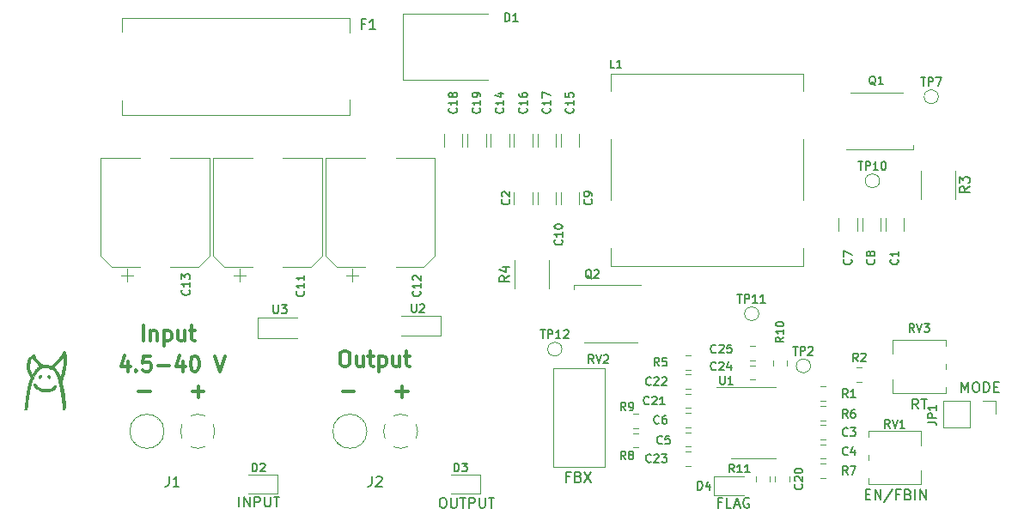
<source format=gbr>
G04 #@! TF.GenerationSoftware,KiCad,Pcbnew,(5.1.0-386-g9f189ca71)*
G04 #@! TF.CreationDate,2019-05-02T08:15:31+02:00*
G04 #@! TF.ProjectId,sepic,73657069-632e-46b6-9963-61645f706362,rev?*
G04 #@! TF.SameCoordinates,Original*
G04 #@! TF.FileFunction,Legend,Top*
G04 #@! TF.FilePolarity,Positive*
%FSLAX46Y46*%
G04 Gerber Fmt 4.6, Leading zero omitted, Abs format (unit mm)*
G04 Created by KiCad (PCBNEW (5.1.0-386-g9f189ca71)) date 2019-05-02 08:15:31*
%MOMM*%
%LPD*%
G04 APERTURE LIST*
%ADD10C,0.300000*%
%ADD11C,0.120000*%
%ADD12C,0.010000*%
%ADD13C,0.150000*%
%ADD14C,0.152400*%
G04 APERTURE END LIST*
D10*
X171285714Y-100107142D02*
X172428571Y-100107142D01*
X176571428Y-100107142D02*
X177714285Y-100107142D01*
X177142857Y-100678571D02*
X177142857Y-99535714D01*
X151185714Y-100107142D02*
X152328571Y-100107142D01*
X156471428Y-100107142D02*
X157614285Y-100107142D01*
X157042857Y-100678571D02*
X157042857Y-99535714D01*
X150142857Y-97078571D02*
X150142857Y-98078571D01*
X149785714Y-96507142D02*
X149428571Y-97578571D01*
X150357142Y-97578571D01*
X150928571Y-97935714D02*
X151000000Y-98007142D01*
X150928571Y-98078571D01*
X150857142Y-98007142D01*
X150928571Y-97935714D01*
X150928571Y-98078571D01*
X152357142Y-96578571D02*
X151642857Y-96578571D01*
X151571428Y-97292857D01*
X151642857Y-97221428D01*
X151785714Y-97150000D01*
X152142857Y-97150000D01*
X152285714Y-97221428D01*
X152357142Y-97292857D01*
X152428571Y-97435714D01*
X152428571Y-97792857D01*
X152357142Y-97935714D01*
X152285714Y-98007142D01*
X152142857Y-98078571D01*
X151785714Y-98078571D01*
X151642857Y-98007142D01*
X151571428Y-97935714D01*
X153071428Y-97507142D02*
X154214285Y-97507142D01*
X155571428Y-97078571D02*
X155571428Y-98078571D01*
X155214285Y-96507142D02*
X154857142Y-97578571D01*
X155785714Y-97578571D01*
X156642857Y-96578571D02*
X156785714Y-96578571D01*
X156928571Y-96650000D01*
X157000000Y-96721428D01*
X157071428Y-96864285D01*
X157142857Y-97150000D01*
X157142857Y-97507142D01*
X157071428Y-97792857D01*
X157000000Y-97935714D01*
X156928571Y-98007142D01*
X156785714Y-98078571D01*
X156642857Y-98078571D01*
X156500000Y-98007142D01*
X156428571Y-97935714D01*
X156357142Y-97792857D01*
X156285714Y-97507142D01*
X156285714Y-97150000D01*
X156357142Y-96864285D01*
X156428571Y-96721428D01*
X156500000Y-96650000D01*
X156642857Y-96578571D01*
X158714285Y-96578571D02*
X159214285Y-98078571D01*
X159714285Y-96578571D01*
D11*
X172000000Y-63200000D02*
X172000000Y-64700000D01*
X172000000Y-63200000D02*
X149500000Y-63200000D01*
X172000000Y-72800000D02*
X149500000Y-72800000D01*
X172000000Y-71300000D02*
X172000000Y-72800000D01*
X149500000Y-71400000D02*
X149500000Y-72800000D01*
X149500000Y-63200000D02*
X149500000Y-64600000D01*
X173227000Y-102977000D02*
X173274000Y-102931000D01*
X170930000Y-105275000D02*
X170965000Y-105239000D01*
X173034000Y-102761000D02*
X173069000Y-102726000D01*
X170725000Y-105069000D02*
X170772000Y-105023000D01*
X173680000Y-104000000D02*
G75*
G03X173680000Y-104000000I-1680000J0D01*
G01*
X176971195Y-102319747D02*
G75*
G02X177684000Y-102465000I28805J-1680253D01*
G01*
X178535426Y-103316958D02*
G75*
G02X178535000Y-104684000I-1535426J-683042D01*
G01*
X177683042Y-105535426D02*
G75*
G02X176316000Y-105535000I-683042J1535426D01*
G01*
X175464574Y-104683042D02*
G75*
G02X175465000Y-103316000I1535426J683042D01*
G01*
X176316682Y-102465244D02*
G75*
G02X177000000Y-102320000I683318J-1534756D01*
G01*
X153227000Y-102977000D02*
X153274000Y-102931000D01*
X150930000Y-105275000D02*
X150965000Y-105239000D01*
X153034000Y-102761000D02*
X153069000Y-102726000D01*
X150725000Y-105069000D02*
X150772000Y-105023000D01*
X153680000Y-104000000D02*
G75*
G03X153680000Y-104000000I-1680000J0D01*
G01*
X156971195Y-102319747D02*
G75*
G02X157684000Y-102465000I28805J-1680253D01*
G01*
X158535426Y-103316958D02*
G75*
G02X158535000Y-104684000I-1535426J-683042D01*
G01*
X157683042Y-105535426D02*
G75*
G02X156316000Y-105535000I-683042J1535426D01*
G01*
X155464574Y-104683042D02*
G75*
G02X155465000Y-103316000I1535426J683042D01*
G01*
X156316682Y-102465244D02*
G75*
G02X157000000Y-102320000I683318J-1534756D01*
G01*
X191600000Y-89900000D02*
X191600000Y-87100000D01*
X188200000Y-89900000D02*
X188200000Y-87100000D01*
X228300000Y-78300000D02*
X228300000Y-81100000D01*
X231700000Y-78300000D02*
X231700000Y-81100000D01*
D12*
G36*
X141521370Y-98447295D02*
G01*
X141550154Y-98467543D01*
X141572254Y-98497591D01*
X141579779Y-98535464D01*
X141572815Y-98585657D01*
X141553549Y-98646953D01*
X141523484Y-98706525D01*
X141485707Y-98744102D01*
X141442034Y-98758645D01*
X141394281Y-98749113D01*
X141384050Y-98744034D01*
X141348787Y-98716465D01*
X141330989Y-98678587D01*
X141326900Y-98634366D01*
X141335273Y-98570419D01*
X141358016Y-98516027D01*
X141391562Y-98473854D01*
X141432348Y-98446565D01*
X141476805Y-98436824D01*
X141521370Y-98447295D01*
X141521370Y-98447295D01*
G37*
X141521370Y-98447295D02*
X141550154Y-98467543D01*
X141572254Y-98497591D01*
X141579779Y-98535464D01*
X141572815Y-98585657D01*
X141553549Y-98646953D01*
X141523484Y-98706525D01*
X141485707Y-98744102D01*
X141442034Y-98758645D01*
X141394281Y-98749113D01*
X141384050Y-98744034D01*
X141348787Y-98716465D01*
X141330989Y-98678587D01*
X141326900Y-98634366D01*
X141335273Y-98570419D01*
X141358016Y-98516027D01*
X141391562Y-98473854D01*
X141432348Y-98446565D01*
X141476805Y-98436824D01*
X141521370Y-98447295D01*
G36*
X142357336Y-98466263D02*
G01*
X142374939Y-98479571D01*
X142416907Y-98535237D01*
X142440668Y-98602471D01*
X142444500Y-98642105D01*
X142441516Y-98691154D01*
X142430210Y-98722823D01*
X142407050Y-98744674D01*
X142392791Y-98752819D01*
X142347075Y-98769064D01*
X142305305Y-98764683D01*
X142278145Y-98752442D01*
X142254508Y-98729047D01*
X142230554Y-98688445D01*
X142209662Y-98638560D01*
X142195209Y-98587314D01*
X142190500Y-98546884D01*
X142201442Y-98504894D01*
X142230001Y-98473499D01*
X142269772Y-98455038D01*
X142314351Y-98451846D01*
X142357336Y-98466263D01*
X142357336Y-98466263D01*
G37*
X142357336Y-98466263D02*
X142374939Y-98479571D01*
X142416907Y-98535237D01*
X142440668Y-98602471D01*
X142444500Y-98642105D01*
X142441516Y-98691154D01*
X142430210Y-98722823D01*
X142407050Y-98744674D01*
X142392791Y-98752819D01*
X142347075Y-98769064D01*
X142305305Y-98764683D01*
X142278145Y-98752442D01*
X142254508Y-98729047D01*
X142230554Y-98688445D01*
X142209662Y-98638560D01*
X142195209Y-98587314D01*
X142190500Y-98546884D01*
X142201442Y-98504894D01*
X142230001Y-98473499D01*
X142269772Y-98455038D01*
X142314351Y-98451846D01*
X142357336Y-98466263D01*
G36*
X143435100Y-99615950D02*
G01*
X143428750Y-99622300D01*
X143422400Y-99615950D01*
X143428750Y-99609600D01*
X143435100Y-99615950D01*
X143435100Y-99615950D01*
G37*
X143435100Y-99615950D02*
X143428750Y-99622300D01*
X143422400Y-99615950D01*
X143428750Y-99609600D01*
X143435100Y-99615950D01*
G36*
X143454252Y-99714051D02*
G01*
X143456384Y-99729269D01*
X143442508Y-99736600D01*
X143425013Y-99726374D01*
X143422400Y-99716491D01*
X143429784Y-99701679D01*
X143437481Y-99701410D01*
X143454252Y-99714051D01*
X143454252Y-99714051D01*
G37*
X143454252Y-99714051D02*
X143456384Y-99729269D01*
X143442508Y-99736600D01*
X143425013Y-99726374D01*
X143422400Y-99716491D01*
X143429784Y-99701679D01*
X143437481Y-99701410D01*
X143454252Y-99714051D01*
G36*
X143457060Y-99754327D02*
G01*
X143453272Y-99760099D01*
X143440391Y-99760997D01*
X143426840Y-99757895D01*
X143432718Y-99753324D01*
X143452567Y-99751810D01*
X143457060Y-99754327D01*
X143457060Y-99754327D01*
G37*
X143457060Y-99754327D02*
X143453272Y-99760099D01*
X143440391Y-99760997D01*
X143426840Y-99757895D01*
X143432718Y-99753324D01*
X143452567Y-99751810D01*
X143457060Y-99754327D01*
G36*
X143471050Y-99781557D02*
G01*
X143473200Y-99787400D01*
X143462913Y-99798667D01*
X143454150Y-99800100D01*
X143437249Y-99793242D01*
X143435100Y-99787400D01*
X143445386Y-99776132D01*
X143454150Y-99774700D01*
X143471050Y-99781557D01*
X143471050Y-99781557D01*
G37*
X143471050Y-99781557D02*
X143473200Y-99787400D01*
X143462913Y-99798667D01*
X143454150Y-99800100D01*
X143437249Y-99793242D01*
X143435100Y-99787400D01*
X143445386Y-99776132D01*
X143454150Y-99774700D01*
X143471050Y-99781557D01*
G36*
X140928490Y-99269927D02*
G01*
X140954265Y-99283416D01*
X140981828Y-99312880D01*
X140983000Y-99314325D01*
X141010490Y-99348193D01*
X141046589Y-99392528D01*
X141083814Y-99438141D01*
X141086366Y-99441264D01*
X141132804Y-99491223D01*
X141193546Y-99546905D01*
X141261846Y-99602943D01*
X141330954Y-99653972D01*
X141394122Y-99694626D01*
X141426996Y-99712104D01*
X141499090Y-99742278D01*
X141584583Y-99772219D01*
X141675126Y-99799480D01*
X141762367Y-99821615D01*
X141837957Y-99836178D01*
X141860300Y-99839052D01*
X142014736Y-99850859D01*
X142151403Y-99851000D01*
X142275423Y-99838820D01*
X142391916Y-99813667D01*
X142506001Y-99774885D01*
X142566803Y-99748781D01*
X142618920Y-99723637D01*
X142660593Y-99699385D01*
X142698649Y-99670948D01*
X142739918Y-99633247D01*
X142788955Y-99583563D01*
X142836890Y-99534746D01*
X142871909Y-99501951D01*
X142897950Y-99482199D01*
X142918951Y-99472508D01*
X142938849Y-99469900D01*
X142939157Y-99469900D01*
X142977201Y-99479677D01*
X143014251Y-99504389D01*
X143042487Y-99537105D01*
X143054090Y-99570894D01*
X143054100Y-99571778D01*
X143046160Y-99612865D01*
X143021305Y-99660606D01*
X142977981Y-99717436D01*
X142922983Y-99777271D01*
X142875503Y-99824079D01*
X142831890Y-99861510D01*
X142785955Y-99893690D01*
X142731508Y-99924742D01*
X142662359Y-99958792D01*
X142623843Y-99976629D01*
X142529366Y-100015953D01*
X142438907Y-100044434D01*
X142345705Y-100063347D01*
X142242999Y-100073966D01*
X142124029Y-100077568D01*
X142088900Y-100077507D01*
X142011614Y-100076424D01*
X141936897Y-100074417D01*
X141871226Y-100071728D01*
X141821079Y-100068598D01*
X141803150Y-100066859D01*
X141721827Y-100052618D01*
X141626737Y-100028914D01*
X141526411Y-99998450D01*
X141429379Y-99963924D01*
X141344174Y-99928038D01*
X141308345Y-99910253D01*
X141216156Y-99854738D01*
X141121879Y-99786443D01*
X141030109Y-99709617D01*
X140945437Y-99628508D01*
X140872458Y-99547367D01*
X140815765Y-99470440D01*
X140795447Y-99435809D01*
X140780252Y-99384528D01*
X140786882Y-99336850D01*
X140812319Y-99297967D01*
X140853541Y-99273071D01*
X140893805Y-99266700D01*
X140928490Y-99269927D01*
X140928490Y-99269927D01*
G37*
X140928490Y-99269927D02*
X140954265Y-99283416D01*
X140981828Y-99312880D01*
X140983000Y-99314325D01*
X141010490Y-99348193D01*
X141046589Y-99392528D01*
X141083814Y-99438141D01*
X141086366Y-99441264D01*
X141132804Y-99491223D01*
X141193546Y-99546905D01*
X141261846Y-99602943D01*
X141330954Y-99653972D01*
X141394122Y-99694626D01*
X141426996Y-99712104D01*
X141499090Y-99742278D01*
X141584583Y-99772219D01*
X141675126Y-99799480D01*
X141762367Y-99821615D01*
X141837957Y-99836178D01*
X141860300Y-99839052D01*
X142014736Y-99850859D01*
X142151403Y-99851000D01*
X142275423Y-99838820D01*
X142391916Y-99813667D01*
X142506001Y-99774885D01*
X142566803Y-99748781D01*
X142618920Y-99723637D01*
X142660593Y-99699385D01*
X142698649Y-99670948D01*
X142739918Y-99633247D01*
X142788955Y-99583563D01*
X142836890Y-99534746D01*
X142871909Y-99501951D01*
X142897950Y-99482199D01*
X142918951Y-99472508D01*
X142938849Y-99469900D01*
X142939157Y-99469900D01*
X142977201Y-99479677D01*
X143014251Y-99504389D01*
X143042487Y-99537105D01*
X143054090Y-99570894D01*
X143054100Y-99571778D01*
X143046160Y-99612865D01*
X143021305Y-99660606D01*
X142977981Y-99717436D01*
X142922983Y-99777271D01*
X142875503Y-99824079D01*
X142831890Y-99861510D01*
X142785955Y-99893690D01*
X142731508Y-99924742D01*
X142662359Y-99958792D01*
X142623843Y-99976629D01*
X142529366Y-100015953D01*
X142438907Y-100044434D01*
X142345705Y-100063347D01*
X142242999Y-100073966D01*
X142124029Y-100077568D01*
X142088900Y-100077507D01*
X142011614Y-100076424D01*
X141936897Y-100074417D01*
X141871226Y-100071728D01*
X141821079Y-100068598D01*
X141803150Y-100066859D01*
X141721827Y-100052618D01*
X141626737Y-100028914D01*
X141526411Y-99998450D01*
X141429379Y-99963924D01*
X141344174Y-99928038D01*
X141308345Y-99910253D01*
X141216156Y-99854738D01*
X141121879Y-99786443D01*
X141030109Y-99709617D01*
X140945437Y-99628508D01*
X140872458Y-99547367D01*
X140815765Y-99470440D01*
X140795447Y-99435809D01*
X140780252Y-99384528D01*
X140786882Y-99336850D01*
X140812319Y-99297967D01*
X140853541Y-99273071D01*
X140893805Y-99266700D01*
X140928490Y-99269927D01*
G36*
X143912199Y-96139710D02*
G01*
X143928910Y-96153710D01*
X143948613Y-96184784D01*
X143966182Y-96236873D01*
X143981713Y-96310685D01*
X143995306Y-96406929D01*
X144007058Y-96526313D01*
X144017066Y-96669545D01*
X144025428Y-96837334D01*
X144026362Y-96860050D01*
X144028844Y-96946812D01*
X144028931Y-97031457D01*
X144026302Y-97117046D01*
X144020640Y-97206637D01*
X144011624Y-97303292D01*
X143998936Y-97410071D01*
X143982256Y-97530033D01*
X143961265Y-97666241D01*
X143935644Y-97821753D01*
X143911108Y-97964950D01*
X143898059Y-98037113D01*
X143884244Y-98106491D01*
X143868765Y-98176497D01*
X143850726Y-98250545D01*
X143829228Y-98332049D01*
X143803375Y-98424424D01*
X143772269Y-98531082D01*
X143735015Y-98655438D01*
X143695857Y-98784100D01*
X143663872Y-98888385D01*
X143638498Y-98971574D01*
X143619225Y-99036953D01*
X143605541Y-99087805D01*
X143596936Y-99127418D01*
X143592898Y-99159074D01*
X143592917Y-99186061D01*
X143596480Y-99211661D01*
X143603078Y-99239162D01*
X143612199Y-99271847D01*
X143617180Y-99289815D01*
X143631131Y-99342643D01*
X143649579Y-99414931D01*
X143671233Y-99501408D01*
X143694805Y-99596801D01*
X143719005Y-99695838D01*
X143742544Y-99793249D01*
X143764133Y-99883759D01*
X143782483Y-99962098D01*
X143794754Y-100016000D01*
X143804485Y-100066313D01*
X143816154Y-100137323D01*
X143829154Y-100224454D01*
X143842878Y-100323130D01*
X143856721Y-100428775D01*
X143870075Y-100536813D01*
X143882334Y-100642669D01*
X143892893Y-100741767D01*
X143898249Y-100797050D01*
X143907948Y-100922145D01*
X143915415Y-101059750D01*
X143920472Y-101202613D01*
X143922938Y-101343479D01*
X143922635Y-101475095D01*
X143919383Y-101590208D01*
X143918367Y-101610531D01*
X143914228Y-101683150D01*
X143910259Y-101746389D01*
X143906750Y-101796131D01*
X143903987Y-101828254D01*
X143902402Y-101838681D01*
X143888899Y-101840734D01*
X143856041Y-101843224D01*
X143809856Y-101845729D01*
X143788374Y-101846666D01*
X143678099Y-101851150D01*
X143677924Y-101622550D01*
X143674568Y-101467958D01*
X143665207Y-101296811D01*
X143650566Y-101117045D01*
X143631376Y-100936596D01*
X143608362Y-100763398D01*
X143587077Y-100631950D01*
X143570985Y-100540459D01*
X143552678Y-100434779D01*
X143534026Y-100325788D01*
X143516896Y-100224366D01*
X143510739Y-100187450D01*
X143498190Y-100112384D01*
X143486667Y-100044435D01*
X143476964Y-99988213D01*
X143469875Y-99948327D01*
X143466403Y-99930275D01*
X143466934Y-99907056D01*
X143478818Y-99901700D01*
X143489743Y-99906230D01*
X143499796Y-99921679D01*
X143509722Y-99950834D01*
X143520263Y-99996479D01*
X143532163Y-100061403D01*
X143546165Y-100148390D01*
X143548268Y-100162050D01*
X143560619Y-100239577D01*
X143574637Y-100322809D01*
X143588451Y-100400863D01*
X143598468Y-100454150D01*
X143611456Y-100522521D01*
X143624624Y-100595280D01*
X143635761Y-100660103D01*
X143638969Y-100679897D01*
X143648275Y-100734846D01*
X143654892Y-100766086D01*
X143658818Y-100775167D01*
X143660047Y-100763637D01*
X143658576Y-100733045D01*
X143654400Y-100684941D01*
X143647515Y-100620873D01*
X143639314Y-100553327D01*
X143623687Y-100430980D01*
X143610246Y-100328804D01*
X143598075Y-100241917D01*
X143586257Y-100165438D01*
X143573877Y-100094486D01*
X143560017Y-100024181D01*
X143543760Y-99949639D01*
X143524191Y-99865981D01*
X143500393Y-99768325D01*
X143471448Y-99651790D01*
X143465713Y-99628799D01*
X143445056Y-99547799D01*
X143425617Y-99474888D01*
X143408449Y-99413756D01*
X143394605Y-99368095D01*
X143385139Y-99341598D01*
X143382387Y-99336699D01*
X143373497Y-99333211D01*
X143375647Y-99349250D01*
X143381647Y-99375247D01*
X143389997Y-99416104D01*
X143396625Y-99450850D01*
X143405268Y-99496930D01*
X143412929Y-99536563D01*
X143416791Y-99555625D01*
X143418409Y-99579377D01*
X143410821Y-99583088D01*
X143397404Y-99568781D01*
X143381530Y-99538482D01*
X143379328Y-99533142D01*
X143367893Y-99490773D01*
X143360529Y-99436538D01*
X143358900Y-99399792D01*
X143357193Y-99357829D01*
X143352730Y-99328180D01*
X143346775Y-99317500D01*
X143340080Y-99313950D01*
X143334259Y-99300511D01*
X143328330Y-99272999D01*
X143321311Y-99227229D01*
X143315495Y-99184150D01*
X143313023Y-99153881D01*
X143316862Y-99147377D01*
X143320965Y-99152400D01*
X143330022Y-99162993D01*
X143332770Y-99155619D01*
X143328986Y-99128659D01*
X143318450Y-99080495D01*
X143301938Y-99013442D01*
X143268259Y-98890829D01*
X143229962Y-98768982D01*
X143188658Y-98652011D01*
X143145962Y-98544023D01*
X143103486Y-98449130D01*
X143062845Y-98371439D01*
X143029869Y-98320550D01*
X142998920Y-98276638D01*
X142963291Y-98222190D01*
X142930619Y-98168883D01*
X142930189Y-98168150D01*
X142899711Y-98116730D01*
X142868672Y-98065386D01*
X142843505Y-98024749D01*
X142842292Y-98022836D01*
X142819099Y-97985692D01*
X142800115Y-97954187D01*
X142793750Y-97943020D01*
X142775073Y-97927083D01*
X142740211Y-97909755D01*
X142697927Y-97894403D01*
X142656987Y-97884396D01*
X142635869Y-97882352D01*
X142612755Y-97876015D01*
X142580276Y-97860348D01*
X142571737Y-97855352D01*
X142528251Y-97832269D01*
X142481817Y-97812303D01*
X142478124Y-97810970D01*
X142448017Y-97801082D01*
X142437453Y-97800652D01*
X142442324Y-97809877D01*
X142444517Y-97812570D01*
X142449682Y-97826995D01*
X142438153Y-97832623D01*
X142416810Y-97830117D01*
X142392532Y-97820139D01*
X142374293Y-97805806D01*
X142352443Y-97787731D01*
X142315113Y-97762605D01*
X142269359Y-97735094D01*
X142256213Y-97727716D01*
X142179787Y-97685527D01*
X142812800Y-97685527D01*
X142822937Y-97701040D01*
X142848813Y-97722228D01*
X142868259Y-97734687D01*
X142929739Y-97780378D01*
X142992492Y-97844051D01*
X143050845Y-97919257D01*
X143096218Y-97993938D01*
X143128800Y-98051175D01*
X143167497Y-98112372D01*
X143200804Y-98159980D01*
X143239843Y-98218960D01*
X143282938Y-98295867D01*
X143327008Y-98384252D01*
X143368967Y-98477668D01*
X143405734Y-98569665D01*
X143429336Y-98637910D01*
X143465420Y-98752071D01*
X143488369Y-98676010D01*
X143499339Y-98637361D01*
X143514670Y-98580228D01*
X143532738Y-98510811D01*
X143551921Y-98435312D01*
X143563112Y-98390400D01*
X143585250Y-98298431D01*
X143609533Y-98193616D01*
X143633329Y-98087535D01*
X143654009Y-97991769D01*
X143658095Y-97972192D01*
X143673206Y-97902029D01*
X143687604Y-97840336D01*
X143700167Y-97791535D01*
X143709776Y-97760049D01*
X143714242Y-97750577D01*
X143721298Y-97731563D01*
X143726004Y-97695974D01*
X143727200Y-97663960D01*
X143728888Y-97624533D01*
X143733262Y-97597802D01*
X143737995Y-97590300D01*
X143742863Y-97578348D01*
X143749551Y-97545242D01*
X143757398Y-97495107D01*
X143765745Y-97432068D01*
X143772070Y-97377575D01*
X143778977Y-97301507D01*
X143784590Y-97213970D01*
X143788857Y-97119329D01*
X143791728Y-97021947D01*
X143793153Y-96926190D01*
X143793079Y-96836423D01*
X143791457Y-96757011D01*
X143788236Y-96692318D01*
X143783364Y-96646709D01*
X143780726Y-96633965D01*
X143775536Y-96617425D01*
X143769080Y-96611850D01*
X143757924Y-96619625D01*
X143738635Y-96643140D01*
X143707908Y-96684606D01*
X143678776Y-96726487D01*
X143656731Y-96762316D01*
X143645412Y-96786027D01*
X143644650Y-96790040D01*
X143633256Y-96806178D01*
X143609725Y-96813268D01*
X143582773Y-96822216D01*
X143574802Y-96843344D01*
X143574800Y-96843846D01*
X143565477Y-96862021D01*
X143537609Y-96897224D01*
X143491345Y-96949289D01*
X143426837Y-97018049D01*
X143344233Y-97103338D01*
X143297332Y-97150978D01*
X143189837Y-97260502D01*
X143093734Y-97360103D01*
X143010034Y-97448663D01*
X142939748Y-97525067D01*
X142883887Y-97588198D01*
X142843464Y-97636942D01*
X142819490Y-97670180D01*
X142812800Y-97685527D01*
X142179787Y-97685527D01*
X142161475Y-97675419D01*
X141980756Y-97683631D01*
X141892315Y-97689080D01*
X141821815Y-97696428D01*
X141772154Y-97705327D01*
X141754377Y-97710921D01*
X141714286Y-97723770D01*
X141676895Y-97729859D01*
X141673382Y-97729937D01*
X141619301Y-97736629D01*
X141560583Y-97757767D01*
X141495175Y-97794661D01*
X141421022Y-97848623D01*
X141336068Y-97920964D01*
X141254584Y-97997156D01*
X141206500Y-98044272D01*
X141169422Y-98083315D01*
X141139167Y-98120019D01*
X141111553Y-98160122D01*
X141082397Y-98209358D01*
X141047515Y-98273464D01*
X141032637Y-98301500D01*
X140929432Y-98499795D01*
X140823246Y-98709719D01*
X140720164Y-98919176D01*
X140681220Y-99000000D01*
X140658165Y-99048809D01*
X140638723Y-99092207D01*
X140621738Y-99133901D01*
X140606050Y-99177602D01*
X140590502Y-99227018D01*
X140573936Y-99285858D01*
X140555195Y-99357832D01*
X140533120Y-99446648D01*
X140506554Y-99556016D01*
X140502816Y-99571500D01*
X140479305Y-99669086D01*
X140460921Y-99746191D01*
X140446799Y-99807018D01*
X140436074Y-99855769D01*
X140427881Y-99896646D01*
X140421357Y-99933852D01*
X140415637Y-99971590D01*
X140409857Y-100014062D01*
X140406496Y-100039752D01*
X140397318Y-100105149D01*
X140385020Y-100185666D01*
X140371154Y-100271456D01*
X140357274Y-100352674D01*
X140356170Y-100358900D01*
X140342380Y-100437409D01*
X140328266Y-100519449D01*
X140315382Y-100595886D01*
X140305283Y-100657585D01*
X140304310Y-100663700D01*
X140293021Y-100734894D01*
X140280435Y-100814099D01*
X140268941Y-100886281D01*
X140266968Y-100898650D01*
X140258935Y-100958865D01*
X140251199Y-101034090D01*
X140244731Y-101113942D01*
X140241023Y-101176247D01*
X140235794Y-101252341D01*
X140227565Y-101332679D01*
X140217545Y-101406763D01*
X140208808Y-101455647D01*
X140197619Y-101514798D01*
X140189036Y-101571859D01*
X140184429Y-101617244D01*
X140184008Y-101628900D01*
X140182587Y-101672691D01*
X140179194Y-101728246D01*
X140175488Y-101773221D01*
X140167256Y-101860393D01*
X140082591Y-101852050D01*
X140025675Y-101849383D01*
X139979749Y-101852844D01*
X139962238Y-101857276D01*
X139926550Y-101870844D01*
X139934046Y-101822897D01*
X139938240Y-101788571D01*
X139943055Y-101737720D01*
X139947688Y-101679178D01*
X139949394Y-101654300D01*
X139955754Y-101584031D01*
X139965754Y-101503399D01*
X139977541Y-101426839D01*
X139981182Y-101406650D01*
X139992062Y-101338319D01*
X140002044Y-101256824D01*
X140009740Y-101174396D01*
X140012806Y-101127250D01*
X140017401Y-101052849D01*
X140023935Y-100978354D01*
X140033015Y-100899103D01*
X140045251Y-100810439D01*
X140061249Y-100707703D01*
X140081619Y-100586235D01*
X140089091Y-100543050D01*
X140117629Y-100377687D01*
X140141608Y-100235815D01*
X140160977Y-100117745D01*
X140175686Y-100023785D01*
X140185685Y-99954246D01*
X140189803Y-99920750D01*
X140195916Y-99881232D01*
X140207702Y-99820642D01*
X140224365Y-99742469D01*
X140245103Y-99650202D01*
X140269119Y-99547331D01*
X140295612Y-99437343D01*
X140323784Y-99323728D01*
X140350807Y-99217810D01*
X140373768Y-99139937D01*
X140402308Y-99059015D01*
X140432159Y-98986796D01*
X140443093Y-98963810D01*
X140473561Y-98901538D01*
X140505508Y-98834016D01*
X140533141Y-98773539D01*
X140538973Y-98760329D01*
X140579875Y-98666708D01*
X140541359Y-98631529D01*
X140505811Y-98591375D01*
X140464084Y-98531782D01*
X140418509Y-98457247D01*
X140371417Y-98372262D01*
X140325139Y-98281324D01*
X140282005Y-98188925D01*
X140244347Y-98099562D01*
X140214494Y-98017727D01*
X140202273Y-97977650D01*
X140178728Y-97866540D01*
X140164126Y-97738741D01*
X140158839Y-97601472D01*
X140160895Y-97536274D01*
X140391416Y-97536274D01*
X140393321Y-97705829D01*
X140414621Y-97862303D01*
X140425489Y-97909632D01*
X140440751Y-97959258D01*
X140463540Y-98019906D01*
X140491954Y-98087733D01*
X140524089Y-98158898D01*
X140558045Y-98229557D01*
X140591918Y-98295869D01*
X140623807Y-98353989D01*
X140651808Y-98400077D01*
X140674019Y-98430288D01*
X140688445Y-98440785D01*
X140697065Y-98429961D01*
X140715613Y-98399931D01*
X140742202Y-98353978D01*
X140774949Y-98295382D01*
X140811967Y-98227425D01*
X140825250Y-98202660D01*
X140868045Y-98122943D01*
X140902081Y-98061317D01*
X140930435Y-98013397D01*
X140956186Y-97974802D01*
X140982414Y-97941149D01*
X141012197Y-97908056D01*
X141048613Y-97871140D01*
X141079250Y-97841118D01*
X141135366Y-97788141D01*
X141194961Y-97734772D01*
X141251017Y-97687137D01*
X141296513Y-97651361D01*
X141297528Y-97650618D01*
X141338256Y-97619850D01*
X141369813Y-97594073D01*
X141387462Y-97577244D01*
X141389603Y-97573675D01*
X141381783Y-97553708D01*
X141358226Y-97519059D01*
X141329164Y-97482350D01*
X141386737Y-97482350D01*
X141409079Y-97517275D01*
X141427690Y-97540506D01*
X141444629Y-97553073D01*
X141453611Y-97550660D01*
X141453900Y-97548063D01*
X141445536Y-97537671D01*
X141424947Y-97517421D01*
X141420318Y-97513138D01*
X141386737Y-97482350D01*
X141329164Y-97482350D01*
X141321493Y-97472662D01*
X141274144Y-97417451D01*
X141218743Y-97356360D01*
X141157849Y-97292323D01*
X141094025Y-97228273D01*
X141056397Y-97192013D01*
X140980746Y-97119518D01*
X140921505Y-97060430D01*
X140876021Y-97011372D01*
X140841642Y-96968965D01*
X140815716Y-96929829D01*
X140795591Y-96890586D01*
X140778615Y-96847856D01*
X140772568Y-96830386D01*
X140756756Y-96787941D01*
X140742095Y-96756307D01*
X140731663Y-96742089D01*
X140731374Y-96741974D01*
X140713797Y-96747008D01*
X140683553Y-96765530D01*
X140646121Y-96793255D01*
X140606980Y-96825899D01*
X140571609Y-96859176D01*
X140548259Y-96885190D01*
X140523630Y-96919420D01*
X140503700Y-96955533D01*
X140486403Y-96998952D01*
X140469670Y-97055100D01*
X140451434Y-97129401D01*
X140445905Y-97153629D01*
X140408934Y-97352565D01*
X140391416Y-97536274D01*
X140160895Y-97536274D01*
X140163239Y-97461953D01*
X140171240Y-97375416D01*
X140183615Y-97290595D01*
X140201051Y-97197983D01*
X140222090Y-97103410D01*
X140245278Y-97012705D01*
X140269157Y-96931695D01*
X140292272Y-96866210D01*
X140306401Y-96834326D01*
X140341901Y-96778507D01*
X140395703Y-96715940D01*
X140469061Y-96645380D01*
X140563224Y-96565583D01*
X140628648Y-96513975D01*
X140694894Y-96465577D01*
X140747077Y-96434752D01*
X140788661Y-96420687D01*
X140823108Y-96422568D01*
X140853881Y-96439583D01*
X140872122Y-96456824D01*
X140896777Y-96485806D01*
X140916080Y-96516233D01*
X140932771Y-96554175D01*
X140949588Y-96605704D01*
X140966176Y-96665277D01*
X140981765Y-96719996D01*
X140997423Y-96769085D01*
X141010556Y-96804598D01*
X141014461Y-96813107D01*
X141034816Y-96841582D01*
X141073609Y-96884763D01*
X141129543Y-96941371D01*
X141201316Y-97010127D01*
X141287630Y-97089753D01*
X141377700Y-97170566D01*
X141438589Y-97224661D01*
X141502254Y-97281371D01*
X141561903Y-97334636D01*
X141610746Y-97378402D01*
X141619000Y-97385823D01*
X141714250Y-97471537D01*
X141828550Y-97459562D01*
X141894419Y-97453997D01*
X141972461Y-97449388D01*
X142049450Y-97446461D01*
X142077368Y-97445918D01*
X142138206Y-97445555D01*
X142181499Y-97447298D01*
X142215098Y-97452711D01*
X142246852Y-97463357D01*
X142284611Y-97480799D01*
X142305968Y-97491439D01*
X142364918Y-97519402D01*
X142425624Y-97545479D01*
X142483152Y-97567859D01*
X142532569Y-97584731D01*
X142568942Y-97594285D01*
X142587337Y-97594711D01*
X142587354Y-97594700D01*
X142600002Y-97578536D01*
X142610069Y-97557316D01*
X142629989Y-97532041D01*
X142653240Y-97526800D01*
X142691386Y-97514644D01*
X142723709Y-97479890D01*
X142747828Y-97425103D01*
X142747904Y-97424850D01*
X142759504Y-97393555D01*
X142770374Y-97375869D01*
X142773266Y-97374399D01*
X142794743Y-97364442D01*
X142819428Y-97340303D01*
X142839295Y-97310582D01*
X142844367Y-97298200D01*
X142855812Y-97280945D01*
X142882981Y-97248751D01*
X142923346Y-97204340D01*
X142974381Y-97150438D01*
X143033557Y-97089769D01*
X143091821Y-97031500D01*
X143159860Y-96963837D01*
X143225601Y-96897726D01*
X143285713Y-96836572D01*
X143336864Y-96783781D01*
X143375723Y-96742759D01*
X143394987Y-96721549D01*
X143433339Y-96675504D01*
X143455147Y-96644353D01*
X143459896Y-96629026D01*
X143447075Y-96630450D01*
X143444625Y-96631642D01*
X143440241Y-96631529D01*
X143450975Y-96621466D01*
X143468698Y-96601762D01*
X143473200Y-96590256D01*
X143483658Y-96576360D01*
X143495425Y-96571129D01*
X143508688Y-96558877D01*
X143532126Y-96528912D01*
X143563012Y-96485401D01*
X143598622Y-96432512D01*
X143636232Y-96374414D01*
X143673117Y-96315273D01*
X143706551Y-96259259D01*
X143733809Y-96210538D01*
X143743699Y-96191371D01*
X143776604Y-96148425D01*
X143819598Y-96124698D01*
X143866767Y-96121392D01*
X143912199Y-96139710D01*
X143912199Y-96139710D01*
G37*
X143912199Y-96139710D02*
X143928910Y-96153710D01*
X143948613Y-96184784D01*
X143966182Y-96236873D01*
X143981713Y-96310685D01*
X143995306Y-96406929D01*
X144007058Y-96526313D01*
X144017066Y-96669545D01*
X144025428Y-96837334D01*
X144026362Y-96860050D01*
X144028844Y-96946812D01*
X144028931Y-97031457D01*
X144026302Y-97117046D01*
X144020640Y-97206637D01*
X144011624Y-97303292D01*
X143998936Y-97410071D01*
X143982256Y-97530033D01*
X143961265Y-97666241D01*
X143935644Y-97821753D01*
X143911108Y-97964950D01*
X143898059Y-98037113D01*
X143884244Y-98106491D01*
X143868765Y-98176497D01*
X143850726Y-98250545D01*
X143829228Y-98332049D01*
X143803375Y-98424424D01*
X143772269Y-98531082D01*
X143735015Y-98655438D01*
X143695857Y-98784100D01*
X143663872Y-98888385D01*
X143638498Y-98971574D01*
X143619225Y-99036953D01*
X143605541Y-99087805D01*
X143596936Y-99127418D01*
X143592898Y-99159074D01*
X143592917Y-99186061D01*
X143596480Y-99211661D01*
X143603078Y-99239162D01*
X143612199Y-99271847D01*
X143617180Y-99289815D01*
X143631131Y-99342643D01*
X143649579Y-99414931D01*
X143671233Y-99501408D01*
X143694805Y-99596801D01*
X143719005Y-99695838D01*
X143742544Y-99793249D01*
X143764133Y-99883759D01*
X143782483Y-99962098D01*
X143794754Y-100016000D01*
X143804485Y-100066313D01*
X143816154Y-100137323D01*
X143829154Y-100224454D01*
X143842878Y-100323130D01*
X143856721Y-100428775D01*
X143870075Y-100536813D01*
X143882334Y-100642669D01*
X143892893Y-100741767D01*
X143898249Y-100797050D01*
X143907948Y-100922145D01*
X143915415Y-101059750D01*
X143920472Y-101202613D01*
X143922938Y-101343479D01*
X143922635Y-101475095D01*
X143919383Y-101590208D01*
X143918367Y-101610531D01*
X143914228Y-101683150D01*
X143910259Y-101746389D01*
X143906750Y-101796131D01*
X143903987Y-101828254D01*
X143902402Y-101838681D01*
X143888899Y-101840734D01*
X143856041Y-101843224D01*
X143809856Y-101845729D01*
X143788374Y-101846666D01*
X143678099Y-101851150D01*
X143677924Y-101622550D01*
X143674568Y-101467958D01*
X143665207Y-101296811D01*
X143650566Y-101117045D01*
X143631376Y-100936596D01*
X143608362Y-100763398D01*
X143587077Y-100631950D01*
X143570985Y-100540459D01*
X143552678Y-100434779D01*
X143534026Y-100325788D01*
X143516896Y-100224366D01*
X143510739Y-100187450D01*
X143498190Y-100112384D01*
X143486667Y-100044435D01*
X143476964Y-99988213D01*
X143469875Y-99948327D01*
X143466403Y-99930275D01*
X143466934Y-99907056D01*
X143478818Y-99901700D01*
X143489743Y-99906230D01*
X143499796Y-99921679D01*
X143509722Y-99950834D01*
X143520263Y-99996479D01*
X143532163Y-100061403D01*
X143546165Y-100148390D01*
X143548268Y-100162050D01*
X143560619Y-100239577D01*
X143574637Y-100322809D01*
X143588451Y-100400863D01*
X143598468Y-100454150D01*
X143611456Y-100522521D01*
X143624624Y-100595280D01*
X143635761Y-100660103D01*
X143638969Y-100679897D01*
X143648275Y-100734846D01*
X143654892Y-100766086D01*
X143658818Y-100775167D01*
X143660047Y-100763637D01*
X143658576Y-100733045D01*
X143654400Y-100684941D01*
X143647515Y-100620873D01*
X143639314Y-100553327D01*
X143623687Y-100430980D01*
X143610246Y-100328804D01*
X143598075Y-100241917D01*
X143586257Y-100165438D01*
X143573877Y-100094486D01*
X143560017Y-100024181D01*
X143543760Y-99949639D01*
X143524191Y-99865981D01*
X143500393Y-99768325D01*
X143471448Y-99651790D01*
X143465713Y-99628799D01*
X143445056Y-99547799D01*
X143425617Y-99474888D01*
X143408449Y-99413756D01*
X143394605Y-99368095D01*
X143385139Y-99341598D01*
X143382387Y-99336699D01*
X143373497Y-99333211D01*
X143375647Y-99349250D01*
X143381647Y-99375247D01*
X143389997Y-99416104D01*
X143396625Y-99450850D01*
X143405268Y-99496930D01*
X143412929Y-99536563D01*
X143416791Y-99555625D01*
X143418409Y-99579377D01*
X143410821Y-99583088D01*
X143397404Y-99568781D01*
X143381530Y-99538482D01*
X143379328Y-99533142D01*
X143367893Y-99490773D01*
X143360529Y-99436538D01*
X143358900Y-99399792D01*
X143357193Y-99357829D01*
X143352730Y-99328180D01*
X143346775Y-99317500D01*
X143340080Y-99313950D01*
X143334259Y-99300511D01*
X143328330Y-99272999D01*
X143321311Y-99227229D01*
X143315495Y-99184150D01*
X143313023Y-99153881D01*
X143316862Y-99147377D01*
X143320965Y-99152400D01*
X143330022Y-99162993D01*
X143332770Y-99155619D01*
X143328986Y-99128659D01*
X143318450Y-99080495D01*
X143301938Y-99013442D01*
X143268259Y-98890829D01*
X143229962Y-98768982D01*
X143188658Y-98652011D01*
X143145962Y-98544023D01*
X143103486Y-98449130D01*
X143062845Y-98371439D01*
X143029869Y-98320550D01*
X142998920Y-98276638D01*
X142963291Y-98222190D01*
X142930619Y-98168883D01*
X142930189Y-98168150D01*
X142899711Y-98116730D01*
X142868672Y-98065386D01*
X142843505Y-98024749D01*
X142842292Y-98022836D01*
X142819099Y-97985692D01*
X142800115Y-97954187D01*
X142793750Y-97943020D01*
X142775073Y-97927083D01*
X142740211Y-97909755D01*
X142697927Y-97894403D01*
X142656987Y-97884396D01*
X142635869Y-97882352D01*
X142612755Y-97876015D01*
X142580276Y-97860348D01*
X142571737Y-97855352D01*
X142528251Y-97832269D01*
X142481817Y-97812303D01*
X142478124Y-97810970D01*
X142448017Y-97801082D01*
X142437453Y-97800652D01*
X142442324Y-97809877D01*
X142444517Y-97812570D01*
X142449682Y-97826995D01*
X142438153Y-97832623D01*
X142416810Y-97830117D01*
X142392532Y-97820139D01*
X142374293Y-97805806D01*
X142352443Y-97787731D01*
X142315113Y-97762605D01*
X142269359Y-97735094D01*
X142256213Y-97727716D01*
X142179787Y-97685527D01*
X142812800Y-97685527D01*
X142822937Y-97701040D01*
X142848813Y-97722228D01*
X142868259Y-97734687D01*
X142929739Y-97780378D01*
X142992492Y-97844051D01*
X143050845Y-97919257D01*
X143096218Y-97993938D01*
X143128800Y-98051175D01*
X143167497Y-98112372D01*
X143200804Y-98159980D01*
X143239843Y-98218960D01*
X143282938Y-98295867D01*
X143327008Y-98384252D01*
X143368967Y-98477668D01*
X143405734Y-98569665D01*
X143429336Y-98637910D01*
X143465420Y-98752071D01*
X143488369Y-98676010D01*
X143499339Y-98637361D01*
X143514670Y-98580228D01*
X143532738Y-98510811D01*
X143551921Y-98435312D01*
X143563112Y-98390400D01*
X143585250Y-98298431D01*
X143609533Y-98193616D01*
X143633329Y-98087535D01*
X143654009Y-97991769D01*
X143658095Y-97972192D01*
X143673206Y-97902029D01*
X143687604Y-97840336D01*
X143700167Y-97791535D01*
X143709776Y-97760049D01*
X143714242Y-97750577D01*
X143721298Y-97731563D01*
X143726004Y-97695974D01*
X143727200Y-97663960D01*
X143728888Y-97624533D01*
X143733262Y-97597802D01*
X143737995Y-97590300D01*
X143742863Y-97578348D01*
X143749551Y-97545242D01*
X143757398Y-97495107D01*
X143765745Y-97432068D01*
X143772070Y-97377575D01*
X143778977Y-97301507D01*
X143784590Y-97213970D01*
X143788857Y-97119329D01*
X143791728Y-97021947D01*
X143793153Y-96926190D01*
X143793079Y-96836423D01*
X143791457Y-96757011D01*
X143788236Y-96692318D01*
X143783364Y-96646709D01*
X143780726Y-96633965D01*
X143775536Y-96617425D01*
X143769080Y-96611850D01*
X143757924Y-96619625D01*
X143738635Y-96643140D01*
X143707908Y-96684606D01*
X143678776Y-96726487D01*
X143656731Y-96762316D01*
X143645412Y-96786027D01*
X143644650Y-96790040D01*
X143633256Y-96806178D01*
X143609725Y-96813268D01*
X143582773Y-96822216D01*
X143574802Y-96843344D01*
X143574800Y-96843846D01*
X143565477Y-96862021D01*
X143537609Y-96897224D01*
X143491345Y-96949289D01*
X143426837Y-97018049D01*
X143344233Y-97103338D01*
X143297332Y-97150978D01*
X143189837Y-97260502D01*
X143093734Y-97360103D01*
X143010034Y-97448663D01*
X142939748Y-97525067D01*
X142883887Y-97588198D01*
X142843464Y-97636942D01*
X142819490Y-97670180D01*
X142812800Y-97685527D01*
X142179787Y-97685527D01*
X142161475Y-97675419D01*
X141980756Y-97683631D01*
X141892315Y-97689080D01*
X141821815Y-97696428D01*
X141772154Y-97705327D01*
X141754377Y-97710921D01*
X141714286Y-97723770D01*
X141676895Y-97729859D01*
X141673382Y-97729937D01*
X141619301Y-97736629D01*
X141560583Y-97757767D01*
X141495175Y-97794661D01*
X141421022Y-97848623D01*
X141336068Y-97920964D01*
X141254584Y-97997156D01*
X141206500Y-98044272D01*
X141169422Y-98083315D01*
X141139167Y-98120019D01*
X141111553Y-98160122D01*
X141082397Y-98209358D01*
X141047515Y-98273464D01*
X141032637Y-98301500D01*
X140929432Y-98499795D01*
X140823246Y-98709719D01*
X140720164Y-98919176D01*
X140681220Y-99000000D01*
X140658165Y-99048809D01*
X140638723Y-99092207D01*
X140621738Y-99133901D01*
X140606050Y-99177602D01*
X140590502Y-99227018D01*
X140573936Y-99285858D01*
X140555195Y-99357832D01*
X140533120Y-99446648D01*
X140506554Y-99556016D01*
X140502816Y-99571500D01*
X140479305Y-99669086D01*
X140460921Y-99746191D01*
X140446799Y-99807018D01*
X140436074Y-99855769D01*
X140427881Y-99896646D01*
X140421357Y-99933852D01*
X140415637Y-99971590D01*
X140409857Y-100014062D01*
X140406496Y-100039752D01*
X140397318Y-100105149D01*
X140385020Y-100185666D01*
X140371154Y-100271456D01*
X140357274Y-100352674D01*
X140356170Y-100358900D01*
X140342380Y-100437409D01*
X140328266Y-100519449D01*
X140315382Y-100595886D01*
X140305283Y-100657585D01*
X140304310Y-100663700D01*
X140293021Y-100734894D01*
X140280435Y-100814099D01*
X140268941Y-100886281D01*
X140266968Y-100898650D01*
X140258935Y-100958865D01*
X140251199Y-101034090D01*
X140244731Y-101113942D01*
X140241023Y-101176247D01*
X140235794Y-101252341D01*
X140227565Y-101332679D01*
X140217545Y-101406763D01*
X140208808Y-101455647D01*
X140197619Y-101514798D01*
X140189036Y-101571859D01*
X140184429Y-101617244D01*
X140184008Y-101628900D01*
X140182587Y-101672691D01*
X140179194Y-101728246D01*
X140175488Y-101773221D01*
X140167256Y-101860393D01*
X140082591Y-101852050D01*
X140025675Y-101849383D01*
X139979749Y-101852844D01*
X139962238Y-101857276D01*
X139926550Y-101870844D01*
X139934046Y-101822897D01*
X139938240Y-101788571D01*
X139943055Y-101737720D01*
X139947688Y-101679178D01*
X139949394Y-101654300D01*
X139955754Y-101584031D01*
X139965754Y-101503399D01*
X139977541Y-101426839D01*
X139981182Y-101406650D01*
X139992062Y-101338319D01*
X140002044Y-101256824D01*
X140009740Y-101174396D01*
X140012806Y-101127250D01*
X140017401Y-101052849D01*
X140023935Y-100978354D01*
X140033015Y-100899103D01*
X140045251Y-100810439D01*
X140061249Y-100707703D01*
X140081619Y-100586235D01*
X140089091Y-100543050D01*
X140117629Y-100377687D01*
X140141608Y-100235815D01*
X140160977Y-100117745D01*
X140175686Y-100023785D01*
X140185685Y-99954246D01*
X140189803Y-99920750D01*
X140195916Y-99881232D01*
X140207702Y-99820642D01*
X140224365Y-99742469D01*
X140245103Y-99650202D01*
X140269119Y-99547331D01*
X140295612Y-99437343D01*
X140323784Y-99323728D01*
X140350807Y-99217810D01*
X140373768Y-99139937D01*
X140402308Y-99059015D01*
X140432159Y-98986796D01*
X140443093Y-98963810D01*
X140473561Y-98901538D01*
X140505508Y-98834016D01*
X140533141Y-98773539D01*
X140538973Y-98760329D01*
X140579875Y-98666708D01*
X140541359Y-98631529D01*
X140505811Y-98591375D01*
X140464084Y-98531782D01*
X140418509Y-98457247D01*
X140371417Y-98372262D01*
X140325139Y-98281324D01*
X140282005Y-98188925D01*
X140244347Y-98099562D01*
X140214494Y-98017727D01*
X140202273Y-97977650D01*
X140178728Y-97866540D01*
X140164126Y-97738741D01*
X140158839Y-97601472D01*
X140160895Y-97536274D01*
X140391416Y-97536274D01*
X140393321Y-97705829D01*
X140414621Y-97862303D01*
X140425489Y-97909632D01*
X140440751Y-97959258D01*
X140463540Y-98019906D01*
X140491954Y-98087733D01*
X140524089Y-98158898D01*
X140558045Y-98229557D01*
X140591918Y-98295869D01*
X140623807Y-98353989D01*
X140651808Y-98400077D01*
X140674019Y-98430288D01*
X140688445Y-98440785D01*
X140697065Y-98429961D01*
X140715613Y-98399931D01*
X140742202Y-98353978D01*
X140774949Y-98295382D01*
X140811967Y-98227425D01*
X140825250Y-98202660D01*
X140868045Y-98122943D01*
X140902081Y-98061317D01*
X140930435Y-98013397D01*
X140956186Y-97974802D01*
X140982414Y-97941149D01*
X141012197Y-97908056D01*
X141048613Y-97871140D01*
X141079250Y-97841118D01*
X141135366Y-97788141D01*
X141194961Y-97734772D01*
X141251017Y-97687137D01*
X141296513Y-97651361D01*
X141297528Y-97650618D01*
X141338256Y-97619850D01*
X141369813Y-97594073D01*
X141387462Y-97577244D01*
X141389603Y-97573675D01*
X141381783Y-97553708D01*
X141358226Y-97519059D01*
X141329164Y-97482350D01*
X141386737Y-97482350D01*
X141409079Y-97517275D01*
X141427690Y-97540506D01*
X141444629Y-97553073D01*
X141453611Y-97550660D01*
X141453900Y-97548063D01*
X141445536Y-97537671D01*
X141424947Y-97517421D01*
X141420318Y-97513138D01*
X141386737Y-97482350D01*
X141329164Y-97482350D01*
X141321493Y-97472662D01*
X141274144Y-97417451D01*
X141218743Y-97356360D01*
X141157849Y-97292323D01*
X141094025Y-97228273D01*
X141056397Y-97192013D01*
X140980746Y-97119518D01*
X140921505Y-97060430D01*
X140876021Y-97011372D01*
X140841642Y-96968965D01*
X140815716Y-96929829D01*
X140795591Y-96890586D01*
X140778615Y-96847856D01*
X140772568Y-96830386D01*
X140756756Y-96787941D01*
X140742095Y-96756307D01*
X140731663Y-96742089D01*
X140731374Y-96741974D01*
X140713797Y-96747008D01*
X140683553Y-96765530D01*
X140646121Y-96793255D01*
X140606980Y-96825899D01*
X140571609Y-96859176D01*
X140548259Y-96885190D01*
X140523630Y-96919420D01*
X140503700Y-96955533D01*
X140486403Y-96998952D01*
X140469670Y-97055100D01*
X140451434Y-97129401D01*
X140445905Y-97153629D01*
X140408934Y-97352565D01*
X140391416Y-97536274D01*
X140160895Y-97536274D01*
X140163239Y-97461953D01*
X140171240Y-97375416D01*
X140183615Y-97290595D01*
X140201051Y-97197983D01*
X140222090Y-97103410D01*
X140245278Y-97012705D01*
X140269157Y-96931695D01*
X140292272Y-96866210D01*
X140306401Y-96834326D01*
X140341901Y-96778507D01*
X140395703Y-96715940D01*
X140469061Y-96645380D01*
X140563224Y-96565583D01*
X140628648Y-96513975D01*
X140694894Y-96465577D01*
X140747077Y-96434752D01*
X140788661Y-96420687D01*
X140823108Y-96422568D01*
X140853881Y-96439583D01*
X140872122Y-96456824D01*
X140896777Y-96485806D01*
X140916080Y-96516233D01*
X140932771Y-96554175D01*
X140949588Y-96605704D01*
X140966176Y-96665277D01*
X140981765Y-96719996D01*
X140997423Y-96769085D01*
X141010556Y-96804598D01*
X141014461Y-96813107D01*
X141034816Y-96841582D01*
X141073609Y-96884763D01*
X141129543Y-96941371D01*
X141201316Y-97010127D01*
X141287630Y-97089753D01*
X141377700Y-97170566D01*
X141438589Y-97224661D01*
X141502254Y-97281371D01*
X141561903Y-97334636D01*
X141610746Y-97378402D01*
X141619000Y-97385823D01*
X141714250Y-97471537D01*
X141828550Y-97459562D01*
X141894419Y-97453997D01*
X141972461Y-97449388D01*
X142049450Y-97446461D01*
X142077368Y-97445918D01*
X142138206Y-97445555D01*
X142181499Y-97447298D01*
X142215098Y-97452711D01*
X142246852Y-97463357D01*
X142284611Y-97480799D01*
X142305968Y-97491439D01*
X142364918Y-97519402D01*
X142425624Y-97545479D01*
X142483152Y-97567859D01*
X142532569Y-97584731D01*
X142568942Y-97594285D01*
X142587337Y-97594711D01*
X142587354Y-97594700D01*
X142600002Y-97578536D01*
X142610069Y-97557316D01*
X142629989Y-97532041D01*
X142653240Y-97526800D01*
X142691386Y-97514644D01*
X142723709Y-97479890D01*
X142747828Y-97425103D01*
X142747904Y-97424850D01*
X142759504Y-97393555D01*
X142770374Y-97375869D01*
X142773266Y-97374399D01*
X142794743Y-97364442D01*
X142819428Y-97340303D01*
X142839295Y-97310582D01*
X142844367Y-97298200D01*
X142855812Y-97280945D01*
X142882981Y-97248751D01*
X142923346Y-97204340D01*
X142974381Y-97150438D01*
X143033557Y-97089769D01*
X143091821Y-97031500D01*
X143159860Y-96963837D01*
X143225601Y-96897726D01*
X143285713Y-96836572D01*
X143336864Y-96783781D01*
X143375723Y-96742759D01*
X143394987Y-96721549D01*
X143433339Y-96675504D01*
X143455147Y-96644353D01*
X143459896Y-96629026D01*
X143447075Y-96630450D01*
X143444625Y-96631642D01*
X143440241Y-96631529D01*
X143450975Y-96621466D01*
X143468698Y-96601762D01*
X143473200Y-96590256D01*
X143483658Y-96576360D01*
X143495425Y-96571129D01*
X143508688Y-96558877D01*
X143532126Y-96528912D01*
X143563012Y-96485401D01*
X143598622Y-96432512D01*
X143636232Y-96374414D01*
X143673117Y-96315273D01*
X143706551Y-96259259D01*
X143733809Y-96210538D01*
X143743699Y-96191371D01*
X143776604Y-96148425D01*
X143819598Y-96124698D01*
X143866767Y-96121392D01*
X143912199Y-96139710D01*
D11*
X192900000Y-95900000D02*
G75*
G03X192900000Y-95900000I-700000J0D01*
G01*
X212300000Y-92400000D02*
G75*
G03X212300000Y-92400000I-700000J0D01*
G01*
X224200000Y-79300000D02*
G75*
G03X224200000Y-79300000I-700000J0D01*
G01*
X230000000Y-71000000D02*
G75*
G03X230000000Y-71000000I-700000J0D01*
G01*
X217400000Y-97550000D02*
G75*
G03X217400000Y-97550000I-700000J0D01*
G01*
X230720000Y-99640000D02*
X230720000Y-100220000D01*
X230720000Y-97340000D02*
X230720000Y-97860000D01*
X230720000Y-94980000D02*
X230720000Y-95561000D01*
X225480000Y-98840000D02*
X225480000Y-100220000D01*
X225480000Y-94980000D02*
X225480000Y-96360000D01*
X225480000Y-100220000D02*
X230720000Y-100220000D01*
X225480000Y-94980000D02*
X230720000Y-94980000D01*
X197130000Y-107545000D02*
X192060000Y-107545000D01*
X197130000Y-97775000D02*
X192060000Y-97775000D01*
X192060000Y-97775000D02*
X192060000Y-107545000D01*
X197130000Y-97775000D02*
X197130000Y-107545000D01*
X223080000Y-104560000D02*
X223080000Y-103980000D01*
X223080000Y-106860000D02*
X223080000Y-106340000D01*
X223080000Y-109220000D02*
X223080000Y-108639000D01*
X228320000Y-105360000D02*
X228320000Y-103980000D01*
X228320000Y-109220000D02*
X228320000Y-107840000D01*
X228320000Y-103980000D02*
X223080000Y-103980000D01*
X228320000Y-109220000D02*
X223080000Y-109220000D01*
X211990000Y-108441422D02*
X211990000Y-108958578D01*
X213410000Y-108441422D02*
X213410000Y-108958578D01*
X213690000Y-97041422D02*
X213690000Y-97558578D01*
X215110000Y-97041422D02*
X215110000Y-97558578D01*
X221941422Y-99110000D02*
X222458578Y-99110000D01*
X221941422Y-97690000D02*
X222458578Y-97690000D01*
X235670000Y-100970000D02*
X235670000Y-102300000D01*
X234340000Y-100970000D02*
X235670000Y-100970000D01*
X233070000Y-100970000D02*
X233070000Y-103630000D01*
X233070000Y-103630000D02*
X230470000Y-103630000D01*
X233070000Y-100970000D02*
X230470000Y-100970000D01*
X230470000Y-100970000D02*
X230470000Y-103630000D01*
X207915000Y-110310000D02*
X210800000Y-110310000D01*
X207915000Y-108490000D02*
X207915000Y-110310000D01*
X210800000Y-108490000D02*
X207915000Y-108490000D01*
X211958578Y-95590000D02*
X211441422Y-95590000D01*
X211958578Y-97010000D02*
X211441422Y-97010000D01*
X211958578Y-97490000D02*
X211441422Y-97490000D01*
X211958578Y-98910000D02*
X211441422Y-98910000D01*
X205558578Y-105990000D02*
X205041422Y-105990000D01*
X205558578Y-107410000D02*
X205041422Y-107410000D01*
X205558578Y-98390000D02*
X205041422Y-98390000D01*
X205558578Y-99810000D02*
X205041422Y-99810000D01*
X205558578Y-100290000D02*
X205041422Y-100290000D01*
X205558578Y-101710000D02*
X205041422Y-101710000D01*
X213890000Y-108441422D02*
X213890000Y-108958578D01*
X215310000Y-108441422D02*
X215310000Y-108958578D01*
X200300000Y-95200000D02*
X195100000Y-95200000D01*
X200700000Y-89600000D02*
X194100000Y-89600000D01*
X194100000Y-89600000D02*
X194100000Y-90000000D01*
X162950000Y-92800000D02*
X166850000Y-92800000D01*
X162950000Y-94800000D02*
X166850000Y-94800000D01*
X162950000Y-92800000D02*
X162950000Y-94800000D01*
X184885000Y-108290000D02*
X182000000Y-108290000D01*
X184885000Y-110110000D02*
X184885000Y-108290000D01*
X182000000Y-110110000D02*
X184885000Y-110110000D01*
X164885000Y-108290000D02*
X162000000Y-108290000D01*
X164885000Y-110110000D02*
X164885000Y-108290000D01*
X162000000Y-110110000D02*
X164885000Y-110110000D01*
X180950000Y-94600000D02*
X177050000Y-94600000D01*
X180950000Y-92600000D02*
X177050000Y-92600000D01*
X180950000Y-94600000D02*
X180950000Y-92600000D01*
X185410000Y-75902064D02*
X185410000Y-74697936D01*
X183590000Y-75902064D02*
X183590000Y-74697936D01*
X183110000Y-75902064D02*
X183110000Y-74697936D01*
X181290000Y-75902064D02*
X181290000Y-74697936D01*
X192310000Y-75902064D02*
X192310000Y-74697936D01*
X190490000Y-75902064D02*
X190490000Y-74697936D01*
X190010000Y-75902064D02*
X190010000Y-74697936D01*
X188190000Y-75902064D02*
X188190000Y-74697936D01*
X194610000Y-75902064D02*
X194610000Y-74697936D01*
X192790000Y-75902064D02*
X192790000Y-74697936D01*
X187710000Y-75902064D02*
X187710000Y-74697936D01*
X185890000Y-75902064D02*
X185890000Y-74697936D01*
X192310000Y-81602064D02*
X192310000Y-80397936D01*
X190490000Y-81602064D02*
X190490000Y-80397936D01*
X194610000Y-81602064D02*
X194610000Y-80397936D01*
X192790000Y-81602064D02*
X192790000Y-80397936D01*
X224310000Y-84202064D02*
X224310000Y-82997936D01*
X222490000Y-84202064D02*
X222490000Y-82997936D01*
X222010000Y-84202064D02*
X222010000Y-82997936D01*
X220190000Y-84202064D02*
X220190000Y-82997936D01*
X190010000Y-81602064D02*
X190010000Y-80397936D01*
X188190000Y-81602064D02*
X188190000Y-80397936D01*
X226610000Y-84202064D02*
X226610000Y-82997936D01*
X224790000Y-84202064D02*
X224790000Y-82997936D01*
X199941422Y-103710000D02*
X200458578Y-103710000D01*
X199941422Y-102290000D02*
X200458578Y-102290000D01*
X199941422Y-105610000D02*
X200458578Y-105610000D01*
X199941422Y-104190000D02*
X200458578Y-104190000D01*
X218858578Y-107190000D02*
X218341422Y-107190000D01*
X218858578Y-108610000D02*
X218341422Y-108610000D01*
X218858578Y-101490000D02*
X218341422Y-101490000D01*
X218858578Y-102910000D02*
X218341422Y-102910000D01*
X149415000Y-88625000D02*
X150665000Y-88625000D01*
X150040000Y-89250000D02*
X150040000Y-88000000D01*
X157095563Y-87760000D02*
X158160000Y-86695563D01*
X148504437Y-87760000D02*
X147440000Y-86695563D01*
X148504437Y-87760000D02*
X151290000Y-87760000D01*
X157095563Y-87760000D02*
X154310000Y-87760000D01*
X158160000Y-86695563D02*
X158160000Y-77040000D01*
X147440000Y-86695563D02*
X147440000Y-77040000D01*
X147440000Y-77040000D02*
X151290000Y-77040000D01*
X158160000Y-77040000D02*
X154310000Y-77040000D01*
X171615000Y-88625000D02*
X172865000Y-88625000D01*
X172240000Y-89250000D02*
X172240000Y-88000000D01*
X179295563Y-87760000D02*
X180360000Y-86695563D01*
X170704437Y-87760000D02*
X169640000Y-86695563D01*
X170704437Y-87760000D02*
X173490000Y-87760000D01*
X179295563Y-87760000D02*
X176510000Y-87760000D01*
X180360000Y-86695563D02*
X180360000Y-77040000D01*
X169640000Y-86695563D02*
X169640000Y-77040000D01*
X169640000Y-77040000D02*
X173490000Y-77040000D01*
X180360000Y-77040000D02*
X176510000Y-77040000D01*
X160515000Y-88625000D02*
X161765000Y-88625000D01*
X161140000Y-89250000D02*
X161140000Y-88000000D01*
X168195563Y-87760000D02*
X169260000Y-86695563D01*
X159604437Y-87760000D02*
X158540000Y-86695563D01*
X159604437Y-87760000D02*
X162390000Y-87760000D01*
X168195563Y-87760000D02*
X165410000Y-87760000D01*
X169260000Y-86695563D02*
X169260000Y-77040000D01*
X158540000Y-86695563D02*
X158540000Y-77040000D01*
X158540000Y-77040000D02*
X162390000Y-77040000D01*
X169260000Y-77040000D02*
X165410000Y-77040000D01*
X205041422Y-103610000D02*
X205558578Y-103610000D01*
X205041422Y-102190000D02*
X205558578Y-102190000D01*
X205558578Y-104090000D02*
X205041422Y-104090000D01*
X205558578Y-105510000D02*
X205041422Y-105510000D01*
X218858578Y-105290000D02*
X218341422Y-105290000D01*
X218858578Y-106710000D02*
X218341422Y-106710000D01*
X218341422Y-104810000D02*
X218858578Y-104810000D01*
X218341422Y-103390000D02*
X218858578Y-103390000D01*
X177200000Y-62850000D02*
X185600000Y-62850000D01*
X177200000Y-69350000D02*
X185600000Y-69350000D01*
X177200000Y-69350000D02*
X177200000Y-62850000D01*
X197700000Y-75200000D02*
X197700000Y-81200000D01*
X197700000Y-68700000D02*
X197700000Y-70450000D01*
X216700000Y-68700000D02*
X197700000Y-68700000D01*
X216700000Y-70450000D02*
X216700000Y-68700000D01*
X216700000Y-81200000D02*
X216700000Y-75200000D01*
X216700000Y-87700000D02*
X216700000Y-85950000D01*
X197700000Y-87700000D02*
X197700000Y-85950000D01*
X216700000Y-87700000D02*
X197700000Y-87700000D01*
X211810000Y-99650000D02*
X208160000Y-99650000D01*
X211810000Y-99650000D02*
X214010000Y-99650000D01*
X211810000Y-106670000D02*
X209610000Y-106670000D01*
X211810000Y-106670000D02*
X214010000Y-106670000D01*
X205041422Y-97910000D02*
X205558578Y-97910000D01*
X205041422Y-96490000D02*
X205558578Y-96490000D01*
X218341422Y-101010000D02*
X218858578Y-101010000D01*
X218341422Y-99590000D02*
X218858578Y-99590000D01*
X221300000Y-70600000D02*
X226500000Y-70600000D01*
X220900000Y-76200000D02*
X227500000Y-76200000D01*
X227500000Y-76200000D02*
X227500000Y-75800000D01*
D13*
X173466666Y-63828571D02*
X173133333Y-63828571D01*
X173133333Y-64352380D02*
X173133333Y-63352380D01*
X173609523Y-63352380D01*
X174514285Y-64352380D02*
X173942857Y-64352380D01*
X174228571Y-64352380D02*
X174228571Y-63352380D01*
X174133333Y-63495238D01*
X174038095Y-63590476D01*
X173942857Y-63638095D01*
X174166666Y-108452380D02*
X174166666Y-109166666D01*
X174119047Y-109309523D01*
X174023809Y-109404761D01*
X173880952Y-109452380D01*
X173785714Y-109452380D01*
X174595238Y-108547619D02*
X174642857Y-108500000D01*
X174738095Y-108452380D01*
X174976190Y-108452380D01*
X175071428Y-108500000D01*
X175119047Y-108547619D01*
X175166666Y-108642857D01*
X175166666Y-108738095D01*
X175119047Y-108880952D01*
X174547619Y-109452380D01*
X175166666Y-109452380D01*
D10*
X171364285Y-96078571D02*
X171650000Y-96078571D01*
X171792857Y-96150000D01*
X171935714Y-96292857D01*
X172007142Y-96578571D01*
X172007142Y-97078571D01*
X171935714Y-97364285D01*
X171792857Y-97507142D01*
X171650000Y-97578571D01*
X171364285Y-97578571D01*
X171221428Y-97507142D01*
X171078571Y-97364285D01*
X171007142Y-97078571D01*
X171007142Y-96578571D01*
X171078571Y-96292857D01*
X171221428Y-96150000D01*
X171364285Y-96078571D01*
X173292857Y-96578571D02*
X173292857Y-97578571D01*
X172650000Y-96578571D02*
X172650000Y-97364285D01*
X172721428Y-97507142D01*
X172864285Y-97578571D01*
X173078571Y-97578571D01*
X173221428Y-97507142D01*
X173292857Y-97435714D01*
X173792857Y-96578571D02*
X174364285Y-96578571D01*
X174007142Y-96078571D02*
X174007142Y-97364285D01*
X174078571Y-97507142D01*
X174221428Y-97578571D01*
X174364285Y-97578571D01*
X174864285Y-96578571D02*
X174864285Y-98078571D01*
X174864285Y-96650000D02*
X175007142Y-96578571D01*
X175292857Y-96578571D01*
X175435714Y-96650000D01*
X175507142Y-96721428D01*
X175578571Y-96864285D01*
X175578571Y-97292857D01*
X175507142Y-97435714D01*
X175435714Y-97507142D01*
X175292857Y-97578571D01*
X175007142Y-97578571D01*
X174864285Y-97507142D01*
X176864285Y-96578571D02*
X176864285Y-97578571D01*
X176221428Y-96578571D02*
X176221428Y-97364285D01*
X176292857Y-97507142D01*
X176435714Y-97578571D01*
X176650000Y-97578571D01*
X176792857Y-97507142D01*
X176864285Y-97435714D01*
X177364285Y-96578571D02*
X177935714Y-96578571D01*
X177578571Y-96078571D02*
X177578571Y-97364285D01*
X177650000Y-97507142D01*
X177792857Y-97578571D01*
X177935714Y-97578571D01*
D13*
X154166666Y-108452380D02*
X154166666Y-109166666D01*
X154119047Y-109309523D01*
X154023809Y-109404761D01*
X153880952Y-109452380D01*
X153785714Y-109452380D01*
X155166666Y-109452380D02*
X154595238Y-109452380D01*
X154880952Y-109452380D02*
X154880952Y-108452380D01*
X154785714Y-108595238D01*
X154690476Y-108690476D01*
X154595238Y-108738095D01*
D10*
X151635714Y-95078571D02*
X151635714Y-93578571D01*
X152350000Y-94078571D02*
X152350000Y-95078571D01*
X152350000Y-94221428D02*
X152421428Y-94150000D01*
X152564285Y-94078571D01*
X152778571Y-94078571D01*
X152921428Y-94150000D01*
X152992857Y-94292857D01*
X152992857Y-95078571D01*
X153707142Y-94078571D02*
X153707142Y-95578571D01*
X153707142Y-94150000D02*
X153850000Y-94078571D01*
X154135714Y-94078571D01*
X154278571Y-94150000D01*
X154350000Y-94221428D01*
X154421428Y-94364285D01*
X154421428Y-94792857D01*
X154350000Y-94935714D01*
X154278571Y-95007142D01*
X154135714Y-95078571D01*
X153850000Y-95078571D01*
X153707142Y-95007142D01*
X155707142Y-94078571D02*
X155707142Y-95078571D01*
X155064285Y-94078571D02*
X155064285Y-94864285D01*
X155135714Y-95007142D01*
X155278571Y-95078571D01*
X155492857Y-95078571D01*
X155635714Y-95007142D01*
X155707142Y-94935714D01*
X156207142Y-94078571D02*
X156778571Y-94078571D01*
X156421428Y-93578571D02*
X156421428Y-94864285D01*
X156492857Y-95007142D01*
X156635714Y-95078571D01*
X156778571Y-95078571D01*
D13*
X187732380Y-88666666D02*
X187256190Y-89000000D01*
X187732380Y-89238095D02*
X186732380Y-89238095D01*
X186732380Y-88857142D01*
X186780000Y-88761904D01*
X186827619Y-88714285D01*
X186922857Y-88666666D01*
X187065714Y-88666666D01*
X187160952Y-88714285D01*
X187208571Y-88761904D01*
X187256190Y-88857142D01*
X187256190Y-89238095D01*
X187065714Y-87809523D02*
X187732380Y-87809523D01*
X186684761Y-88047619D02*
X187399047Y-88285714D01*
X187399047Y-87666666D01*
X233072380Y-79866666D02*
X232596190Y-80200000D01*
X233072380Y-80438095D02*
X232072380Y-80438095D01*
X232072380Y-80057142D01*
X232120000Y-79961904D01*
X232167619Y-79914285D01*
X232262857Y-79866666D01*
X232405714Y-79866666D01*
X232500952Y-79914285D01*
X232548571Y-79961904D01*
X232596190Y-80057142D01*
X232596190Y-80438095D01*
X232072380Y-79533333D02*
X232072380Y-78914285D01*
X232453333Y-79247619D01*
X232453333Y-79104761D01*
X232500952Y-79009523D01*
X232548571Y-78961904D01*
X232643809Y-78914285D01*
X232881904Y-78914285D01*
X232977142Y-78961904D01*
X233024761Y-79009523D01*
X233072380Y-79104761D01*
X233072380Y-79390476D01*
X233024761Y-79485714D01*
X232977142Y-79533333D01*
D14*
X190787276Y-94006895D02*
X191251733Y-94006895D01*
X191019504Y-94819695D02*
X191019504Y-94006895D01*
X191522666Y-94819695D02*
X191522666Y-94006895D01*
X191832304Y-94006895D01*
X191909714Y-94045600D01*
X191948419Y-94084304D01*
X191987123Y-94161714D01*
X191987123Y-94277828D01*
X191948419Y-94355238D01*
X191909714Y-94393942D01*
X191832304Y-94432647D01*
X191522666Y-94432647D01*
X192761219Y-94819695D02*
X192296761Y-94819695D01*
X192528990Y-94819695D02*
X192528990Y-94006895D01*
X192451580Y-94123009D01*
X192374171Y-94200419D01*
X192296761Y-94239123D01*
X193070857Y-94084304D02*
X193109561Y-94045600D01*
X193186971Y-94006895D01*
X193380495Y-94006895D01*
X193457904Y-94045600D01*
X193496609Y-94084304D01*
X193535314Y-94161714D01*
X193535314Y-94239123D01*
X193496609Y-94355238D01*
X193032152Y-94819695D01*
X193535314Y-94819695D01*
X210187276Y-90506895D02*
X210651733Y-90506895D01*
X210419504Y-91319695D02*
X210419504Y-90506895D01*
X210922666Y-91319695D02*
X210922666Y-90506895D01*
X211232304Y-90506895D01*
X211309714Y-90545600D01*
X211348419Y-90584304D01*
X211387123Y-90661714D01*
X211387123Y-90777828D01*
X211348419Y-90855238D01*
X211309714Y-90893942D01*
X211232304Y-90932647D01*
X210922666Y-90932647D01*
X212161219Y-91319695D02*
X211696761Y-91319695D01*
X211928990Y-91319695D02*
X211928990Y-90506895D01*
X211851580Y-90623009D01*
X211774171Y-90700419D01*
X211696761Y-90739123D01*
X212935314Y-91319695D02*
X212470857Y-91319695D01*
X212703085Y-91319695D02*
X212703085Y-90506895D01*
X212625676Y-90623009D01*
X212548266Y-90700419D01*
X212470857Y-90739123D01*
X222087276Y-77406895D02*
X222551733Y-77406895D01*
X222319504Y-78219695D02*
X222319504Y-77406895D01*
X222822666Y-78219695D02*
X222822666Y-77406895D01*
X223132304Y-77406895D01*
X223209714Y-77445600D01*
X223248419Y-77484304D01*
X223287123Y-77561714D01*
X223287123Y-77677828D01*
X223248419Y-77755238D01*
X223209714Y-77793942D01*
X223132304Y-77832647D01*
X222822666Y-77832647D01*
X224061219Y-78219695D02*
X223596761Y-78219695D01*
X223828990Y-78219695D02*
X223828990Y-77406895D01*
X223751580Y-77523009D01*
X223674171Y-77600419D01*
X223596761Y-77639123D01*
X224564380Y-77406895D02*
X224641790Y-77406895D01*
X224719200Y-77445600D01*
X224757904Y-77484304D01*
X224796609Y-77561714D01*
X224835314Y-77716533D01*
X224835314Y-77910057D01*
X224796609Y-78064876D01*
X224757904Y-78142285D01*
X224719200Y-78180990D01*
X224641790Y-78219695D01*
X224564380Y-78219695D01*
X224486971Y-78180990D01*
X224448266Y-78142285D01*
X224409561Y-78064876D01*
X224370857Y-77910057D01*
X224370857Y-77716533D01*
X224409561Y-77561714D01*
X224448266Y-77484304D01*
X224486971Y-77445600D01*
X224564380Y-77406895D01*
X228274323Y-69106895D02*
X228738780Y-69106895D01*
X228506552Y-69919695D02*
X228506552Y-69106895D01*
X229009714Y-69919695D02*
X229009714Y-69106895D01*
X229319352Y-69106895D01*
X229396761Y-69145600D01*
X229435466Y-69184304D01*
X229474171Y-69261714D01*
X229474171Y-69377828D01*
X229435466Y-69455238D01*
X229396761Y-69493942D01*
X229319352Y-69532647D01*
X229009714Y-69532647D01*
X229745104Y-69106895D02*
X230286971Y-69106895D01*
X229938628Y-69919695D01*
X215674323Y-95656895D02*
X216138780Y-95656895D01*
X215906552Y-96469695D02*
X215906552Y-95656895D01*
X216409714Y-96469695D02*
X216409714Y-95656895D01*
X216719352Y-95656895D01*
X216796761Y-95695600D01*
X216835466Y-95734304D01*
X216874171Y-95811714D01*
X216874171Y-95927828D01*
X216835466Y-96005238D01*
X216796761Y-96043942D01*
X216719352Y-96082647D01*
X216409714Y-96082647D01*
X217183809Y-95734304D02*
X217222514Y-95695600D01*
X217299923Y-95656895D01*
X217493447Y-95656895D01*
X217570857Y-95695600D01*
X217609561Y-95734304D01*
X217648266Y-95811714D01*
X217648266Y-95889123D01*
X217609561Y-96005238D01*
X217145104Y-96469695D01*
X217648266Y-96469695D01*
X227616190Y-94217695D02*
X227345257Y-93830647D01*
X227151733Y-94217695D02*
X227151733Y-93404895D01*
X227461371Y-93404895D01*
X227538780Y-93443600D01*
X227577485Y-93482304D01*
X227616190Y-93559714D01*
X227616190Y-93675828D01*
X227577485Y-93753238D01*
X227538780Y-93791942D01*
X227461371Y-93830647D01*
X227151733Y-93830647D01*
X227848419Y-93404895D02*
X228119352Y-94217695D01*
X228390285Y-93404895D01*
X228583809Y-93404895D02*
X229086971Y-93404895D01*
X228816038Y-93714533D01*
X228932152Y-93714533D01*
X229009561Y-93753238D01*
X229048266Y-93791942D01*
X229086971Y-93869352D01*
X229086971Y-94062876D01*
X229048266Y-94140285D01*
X229009561Y-94178990D01*
X228932152Y-94217695D01*
X228699923Y-94217695D01*
X228622514Y-94178990D01*
X228583809Y-94140285D01*
D13*
X228028571Y-101802380D02*
X227695238Y-101326190D01*
X227457142Y-101802380D02*
X227457142Y-100802380D01*
X227838095Y-100802380D01*
X227933333Y-100850000D01*
X227980952Y-100897619D01*
X228028571Y-100992857D01*
X228028571Y-101135714D01*
X227980952Y-101230952D01*
X227933333Y-101278571D01*
X227838095Y-101326190D01*
X227457142Y-101326190D01*
X228314285Y-100802380D02*
X228885714Y-100802380D01*
X228600000Y-101802380D02*
X228600000Y-100802380D01*
D14*
X196016190Y-97277695D02*
X195745257Y-96890647D01*
X195551733Y-97277695D02*
X195551733Y-96464895D01*
X195861371Y-96464895D01*
X195938780Y-96503600D01*
X195977485Y-96542304D01*
X196016190Y-96619714D01*
X196016190Y-96735828D01*
X195977485Y-96813238D01*
X195938780Y-96851942D01*
X195861371Y-96890647D01*
X195551733Y-96890647D01*
X196248419Y-96464895D02*
X196519352Y-97277695D01*
X196790285Y-96464895D01*
X197022514Y-96542304D02*
X197061219Y-96503600D01*
X197138628Y-96464895D01*
X197332152Y-96464895D01*
X197409561Y-96503600D01*
X197448266Y-96542304D01*
X197486971Y-96619714D01*
X197486971Y-96697123D01*
X197448266Y-96813238D01*
X196983809Y-97277695D01*
X197486971Y-97277695D01*
D13*
X193666666Y-108488571D02*
X193333333Y-108488571D01*
X193333333Y-109012380D02*
X193333333Y-108012380D01*
X193809523Y-108012380D01*
X194523809Y-108488571D02*
X194666666Y-108536190D01*
X194714285Y-108583809D01*
X194761904Y-108679047D01*
X194761904Y-108821904D01*
X194714285Y-108917142D01*
X194666666Y-108964761D01*
X194571428Y-109012380D01*
X194190476Y-109012380D01*
X194190476Y-108012380D01*
X194523809Y-108012380D01*
X194619047Y-108060000D01*
X194666666Y-108107619D01*
X194714285Y-108202857D01*
X194714285Y-108298095D01*
X194666666Y-108393333D01*
X194619047Y-108440952D01*
X194523809Y-108488571D01*
X194190476Y-108488571D01*
X195095238Y-108012380D02*
X195761904Y-109012380D01*
X195761904Y-108012380D02*
X195095238Y-109012380D01*
D14*
X225216190Y-103667695D02*
X224945257Y-103280647D01*
X224751733Y-103667695D02*
X224751733Y-102854895D01*
X225061371Y-102854895D01*
X225138780Y-102893600D01*
X225177485Y-102932304D01*
X225216190Y-103009714D01*
X225216190Y-103125828D01*
X225177485Y-103203238D01*
X225138780Y-103241942D01*
X225061371Y-103280647D01*
X224751733Y-103280647D01*
X225448419Y-102854895D02*
X225719352Y-103667695D01*
X225990285Y-102854895D01*
X226686971Y-103667695D02*
X226222514Y-103667695D01*
X226454742Y-103667695D02*
X226454742Y-102854895D01*
X226377333Y-102971009D01*
X226299923Y-103048419D01*
X226222514Y-103087123D01*
D13*
X222847619Y-110228571D02*
X223180952Y-110228571D01*
X223323809Y-110752380D02*
X222847619Y-110752380D01*
X222847619Y-109752380D01*
X223323809Y-109752380D01*
X223752380Y-110752380D02*
X223752380Y-109752380D01*
X224323809Y-110752380D01*
X224323809Y-109752380D01*
X225514285Y-109704761D02*
X224657142Y-110990476D01*
X226180952Y-110228571D02*
X225847619Y-110228571D01*
X225847619Y-110752380D02*
X225847619Y-109752380D01*
X226323809Y-109752380D01*
X227038095Y-110228571D02*
X227180952Y-110276190D01*
X227228571Y-110323809D01*
X227276190Y-110419047D01*
X227276190Y-110561904D01*
X227228571Y-110657142D01*
X227180952Y-110704761D01*
X227085714Y-110752380D01*
X226704761Y-110752380D01*
X226704761Y-109752380D01*
X227038095Y-109752380D01*
X227133333Y-109800000D01*
X227180952Y-109847619D01*
X227228571Y-109942857D01*
X227228571Y-110038095D01*
X227180952Y-110133333D01*
X227133333Y-110180952D01*
X227038095Y-110228571D01*
X226704761Y-110228571D01*
X227704761Y-110752380D02*
X227704761Y-109752380D01*
X228180952Y-110752380D02*
X228180952Y-109752380D01*
X228752380Y-110752380D01*
X228752380Y-109752380D01*
D14*
X209877485Y-108067695D02*
X209606552Y-107680647D01*
X209413028Y-108067695D02*
X209413028Y-107254895D01*
X209722666Y-107254895D01*
X209800076Y-107293600D01*
X209838780Y-107332304D01*
X209877485Y-107409714D01*
X209877485Y-107525828D01*
X209838780Y-107603238D01*
X209800076Y-107641942D01*
X209722666Y-107680647D01*
X209413028Y-107680647D01*
X210651580Y-108067695D02*
X210187123Y-108067695D01*
X210419352Y-108067695D02*
X210419352Y-107254895D01*
X210341942Y-107371009D01*
X210264533Y-107448419D01*
X210187123Y-107487123D01*
X211425676Y-108067695D02*
X210961219Y-108067695D01*
X211193447Y-108067695D02*
X211193447Y-107254895D01*
X211116038Y-107371009D01*
X211038628Y-107448419D01*
X210961219Y-107487123D01*
X214767695Y-94722514D02*
X214380647Y-94993447D01*
X214767695Y-95186971D02*
X213954895Y-95186971D01*
X213954895Y-94877333D01*
X213993600Y-94799923D01*
X214032304Y-94761219D01*
X214109714Y-94722514D01*
X214225828Y-94722514D01*
X214303238Y-94761219D01*
X214341942Y-94799923D01*
X214380647Y-94877333D01*
X214380647Y-95186971D01*
X214767695Y-93948419D02*
X214767695Y-94412876D01*
X214767695Y-94180647D02*
X213954895Y-94180647D01*
X214071009Y-94258057D01*
X214148419Y-94335466D01*
X214187123Y-94412876D01*
X213954895Y-93445257D02*
X213954895Y-93367847D01*
X213993600Y-93290438D01*
X214032304Y-93251733D01*
X214109714Y-93213028D01*
X214264533Y-93174323D01*
X214458057Y-93174323D01*
X214612876Y-93213028D01*
X214690285Y-93251733D01*
X214728990Y-93290438D01*
X214767695Y-93367847D01*
X214767695Y-93445257D01*
X214728990Y-93522666D01*
X214690285Y-93561371D01*
X214612876Y-93600076D01*
X214458057Y-93638780D01*
X214264533Y-93638780D01*
X214109714Y-93600076D01*
X214032304Y-93561371D01*
X213993600Y-93522666D01*
X213954895Y-93445257D01*
X222064533Y-97117695D02*
X221793600Y-96730647D01*
X221600076Y-97117695D02*
X221600076Y-96304895D01*
X221909714Y-96304895D01*
X221987123Y-96343600D01*
X222025828Y-96382304D01*
X222064533Y-96459714D01*
X222064533Y-96575828D01*
X222025828Y-96653238D01*
X221987123Y-96691942D01*
X221909714Y-96730647D01*
X221600076Y-96730647D01*
X222374171Y-96382304D02*
X222412876Y-96343600D01*
X222490285Y-96304895D01*
X222683809Y-96304895D01*
X222761219Y-96343600D01*
X222799923Y-96382304D01*
X222838628Y-96459714D01*
X222838628Y-96537123D01*
X222799923Y-96653238D01*
X222335466Y-97117695D01*
X222838628Y-97117695D01*
X228954895Y-103077333D02*
X229535466Y-103077333D01*
X229651580Y-103116038D01*
X229728990Y-103193447D01*
X229767695Y-103309561D01*
X229767695Y-103386971D01*
X229767695Y-102690285D02*
X228954895Y-102690285D01*
X228954895Y-102380647D01*
X228993600Y-102303238D01*
X229032304Y-102264533D01*
X229109714Y-102225828D01*
X229225828Y-102225828D01*
X229303238Y-102264533D01*
X229341942Y-102303238D01*
X229380647Y-102380647D01*
X229380647Y-102690285D01*
X229767695Y-101451733D02*
X229767695Y-101916190D01*
X229767695Y-101683961D02*
X228954895Y-101683961D01*
X229071009Y-101761371D01*
X229148419Y-101838780D01*
X229187123Y-101916190D01*
D13*
X232290476Y-100152380D02*
X232290476Y-99152380D01*
X232623809Y-99866666D01*
X232957142Y-99152380D01*
X232957142Y-100152380D01*
X233623809Y-99152380D02*
X233814285Y-99152380D01*
X233909523Y-99200000D01*
X234004761Y-99295238D01*
X234052380Y-99485714D01*
X234052380Y-99819047D01*
X234004761Y-100009523D01*
X233909523Y-100104761D01*
X233814285Y-100152380D01*
X233623809Y-100152380D01*
X233528571Y-100104761D01*
X233433333Y-100009523D01*
X233385714Y-99819047D01*
X233385714Y-99485714D01*
X233433333Y-99295238D01*
X233528571Y-99200000D01*
X233623809Y-99152380D01*
X234480952Y-100152380D02*
X234480952Y-99152380D01*
X234719047Y-99152380D01*
X234861904Y-99200000D01*
X234957142Y-99295238D01*
X235004761Y-99390476D01*
X235052380Y-99580952D01*
X235052380Y-99723809D01*
X235004761Y-99914285D01*
X234957142Y-100009523D01*
X234861904Y-100104761D01*
X234719047Y-100152380D01*
X234480952Y-100152380D01*
X235480952Y-99628571D02*
X235814285Y-99628571D01*
X235957142Y-100152380D02*
X235480952Y-100152380D01*
X235480952Y-99152380D01*
X235957142Y-99152380D01*
D14*
X206300076Y-109767695D02*
X206300076Y-108954895D01*
X206493600Y-108954895D01*
X206609714Y-108993600D01*
X206687123Y-109071009D01*
X206725828Y-109148419D01*
X206764533Y-109303238D01*
X206764533Y-109419352D01*
X206725828Y-109574171D01*
X206687123Y-109651580D01*
X206609714Y-109728990D01*
X206493600Y-109767695D01*
X206300076Y-109767695D01*
X207461219Y-109225828D02*
X207461219Y-109767695D01*
X207267695Y-108916190D02*
X207074171Y-109496761D01*
X207577333Y-109496761D01*
D13*
X208609523Y-111028571D02*
X208276190Y-111028571D01*
X208276190Y-111552380D02*
X208276190Y-110552380D01*
X208752380Y-110552380D01*
X209609523Y-111552380D02*
X209133333Y-111552380D01*
X209133333Y-110552380D01*
X209895238Y-111266666D02*
X210371428Y-111266666D01*
X209800000Y-111552380D02*
X210133333Y-110552380D01*
X210466666Y-111552380D01*
X211323809Y-110600000D02*
X211228571Y-110552380D01*
X211085714Y-110552380D01*
X210942857Y-110600000D01*
X210847619Y-110695238D01*
X210800000Y-110790476D01*
X210752380Y-110980952D01*
X210752380Y-111123809D01*
X210800000Y-111314285D01*
X210847619Y-111409523D01*
X210942857Y-111504761D01*
X211085714Y-111552380D01*
X211180952Y-111552380D01*
X211323809Y-111504761D01*
X211371428Y-111457142D01*
X211371428Y-111123809D01*
X211180952Y-111123809D01*
D14*
X208077485Y-96190285D02*
X208038780Y-96228990D01*
X207922666Y-96267695D01*
X207845257Y-96267695D01*
X207729142Y-96228990D01*
X207651733Y-96151580D01*
X207613028Y-96074171D01*
X207574323Y-95919352D01*
X207574323Y-95803238D01*
X207613028Y-95648419D01*
X207651733Y-95571009D01*
X207729142Y-95493600D01*
X207845257Y-95454895D01*
X207922666Y-95454895D01*
X208038780Y-95493600D01*
X208077485Y-95532304D01*
X208387123Y-95532304D02*
X208425828Y-95493600D01*
X208503238Y-95454895D01*
X208696761Y-95454895D01*
X208774171Y-95493600D01*
X208812876Y-95532304D01*
X208851580Y-95609714D01*
X208851580Y-95687123D01*
X208812876Y-95803238D01*
X208348419Y-96267695D01*
X208851580Y-96267695D01*
X209586971Y-95454895D02*
X209199923Y-95454895D01*
X209161219Y-95841942D01*
X209199923Y-95803238D01*
X209277333Y-95764533D01*
X209470857Y-95764533D01*
X209548266Y-95803238D01*
X209586971Y-95841942D01*
X209625676Y-95919352D01*
X209625676Y-96112876D01*
X209586971Y-96190285D01*
X209548266Y-96228990D01*
X209470857Y-96267695D01*
X209277333Y-96267695D01*
X209199923Y-96228990D01*
X209161219Y-96190285D01*
X208077485Y-97890285D02*
X208038780Y-97928990D01*
X207922666Y-97967695D01*
X207845257Y-97967695D01*
X207729142Y-97928990D01*
X207651733Y-97851580D01*
X207613028Y-97774171D01*
X207574323Y-97619352D01*
X207574323Y-97503238D01*
X207613028Y-97348419D01*
X207651733Y-97271009D01*
X207729142Y-97193600D01*
X207845257Y-97154895D01*
X207922666Y-97154895D01*
X208038780Y-97193600D01*
X208077485Y-97232304D01*
X208387123Y-97232304D02*
X208425828Y-97193600D01*
X208503238Y-97154895D01*
X208696761Y-97154895D01*
X208774171Y-97193600D01*
X208812876Y-97232304D01*
X208851580Y-97309714D01*
X208851580Y-97387123D01*
X208812876Y-97503238D01*
X208348419Y-97967695D01*
X208851580Y-97967695D01*
X209548266Y-97425828D02*
X209548266Y-97967695D01*
X209354742Y-97116190D02*
X209161219Y-97696761D01*
X209664380Y-97696761D01*
X201677485Y-106990285D02*
X201638780Y-107028990D01*
X201522666Y-107067695D01*
X201445257Y-107067695D01*
X201329142Y-107028990D01*
X201251733Y-106951580D01*
X201213028Y-106874171D01*
X201174323Y-106719352D01*
X201174323Y-106603238D01*
X201213028Y-106448419D01*
X201251733Y-106371009D01*
X201329142Y-106293600D01*
X201445257Y-106254895D01*
X201522666Y-106254895D01*
X201638780Y-106293600D01*
X201677485Y-106332304D01*
X201987123Y-106332304D02*
X202025828Y-106293600D01*
X202103238Y-106254895D01*
X202296761Y-106254895D01*
X202374171Y-106293600D01*
X202412876Y-106332304D01*
X202451580Y-106409714D01*
X202451580Y-106487123D01*
X202412876Y-106603238D01*
X201948419Y-107067695D01*
X202451580Y-107067695D01*
X202722514Y-106254895D02*
X203225676Y-106254895D01*
X202954742Y-106564533D01*
X203070857Y-106564533D01*
X203148266Y-106603238D01*
X203186971Y-106641942D01*
X203225676Y-106719352D01*
X203225676Y-106912876D01*
X203186971Y-106990285D01*
X203148266Y-107028990D01*
X203070857Y-107067695D01*
X202838628Y-107067695D01*
X202761219Y-107028990D01*
X202722514Y-106990285D01*
X201677485Y-99390285D02*
X201638780Y-99428990D01*
X201522666Y-99467695D01*
X201445257Y-99467695D01*
X201329142Y-99428990D01*
X201251733Y-99351580D01*
X201213028Y-99274171D01*
X201174323Y-99119352D01*
X201174323Y-99003238D01*
X201213028Y-98848419D01*
X201251733Y-98771009D01*
X201329142Y-98693600D01*
X201445257Y-98654895D01*
X201522666Y-98654895D01*
X201638780Y-98693600D01*
X201677485Y-98732304D01*
X201987123Y-98732304D02*
X202025828Y-98693600D01*
X202103238Y-98654895D01*
X202296761Y-98654895D01*
X202374171Y-98693600D01*
X202412876Y-98732304D01*
X202451580Y-98809714D01*
X202451580Y-98887123D01*
X202412876Y-99003238D01*
X201948419Y-99467695D01*
X202451580Y-99467695D01*
X202761219Y-98732304D02*
X202799923Y-98693600D01*
X202877333Y-98654895D01*
X203070857Y-98654895D01*
X203148266Y-98693600D01*
X203186971Y-98732304D01*
X203225676Y-98809714D01*
X203225676Y-98887123D01*
X203186971Y-99003238D01*
X202722514Y-99467695D01*
X203225676Y-99467695D01*
X201477485Y-101290285D02*
X201438780Y-101328990D01*
X201322666Y-101367695D01*
X201245257Y-101367695D01*
X201129142Y-101328990D01*
X201051733Y-101251580D01*
X201013028Y-101174171D01*
X200974323Y-101019352D01*
X200974323Y-100903238D01*
X201013028Y-100748419D01*
X201051733Y-100671009D01*
X201129142Y-100593600D01*
X201245257Y-100554895D01*
X201322666Y-100554895D01*
X201438780Y-100593600D01*
X201477485Y-100632304D01*
X201787123Y-100632304D02*
X201825828Y-100593600D01*
X201903238Y-100554895D01*
X202096761Y-100554895D01*
X202174171Y-100593600D01*
X202212876Y-100632304D01*
X202251580Y-100709714D01*
X202251580Y-100787123D01*
X202212876Y-100903238D01*
X201748419Y-101367695D01*
X202251580Y-101367695D01*
X203025676Y-101367695D02*
X202561219Y-101367695D01*
X202793447Y-101367695D02*
X202793447Y-100554895D01*
X202716038Y-100671009D01*
X202638628Y-100748419D01*
X202561219Y-100787123D01*
X216540285Y-109222514D02*
X216578990Y-109261219D01*
X216617695Y-109377333D01*
X216617695Y-109454742D01*
X216578990Y-109570857D01*
X216501580Y-109648266D01*
X216424171Y-109686971D01*
X216269352Y-109725676D01*
X216153238Y-109725676D01*
X215998419Y-109686971D01*
X215921009Y-109648266D01*
X215843600Y-109570857D01*
X215804895Y-109454742D01*
X215804895Y-109377333D01*
X215843600Y-109261219D01*
X215882304Y-109222514D01*
X215882304Y-108912876D02*
X215843600Y-108874171D01*
X215804895Y-108796761D01*
X215804895Y-108603238D01*
X215843600Y-108525828D01*
X215882304Y-108487123D01*
X215959714Y-108448419D01*
X216037123Y-108448419D01*
X216153238Y-108487123D01*
X216617695Y-108951580D01*
X216617695Y-108448419D01*
X215804895Y-107945257D02*
X215804895Y-107867847D01*
X215843600Y-107790438D01*
X215882304Y-107751733D01*
X215959714Y-107713028D01*
X216114533Y-107674323D01*
X216308057Y-107674323D01*
X216462876Y-107713028D01*
X216540285Y-107751733D01*
X216578990Y-107790438D01*
X216617695Y-107867847D01*
X216617695Y-107945257D01*
X216578990Y-108022666D01*
X216540285Y-108061371D01*
X216462876Y-108100076D01*
X216308057Y-108138780D01*
X216114533Y-108138780D01*
X215959714Y-108100076D01*
X215882304Y-108061371D01*
X215843600Y-108022666D01*
X215804895Y-107945257D01*
X195822590Y-88945104D02*
X195745180Y-88906400D01*
X195667771Y-88828990D01*
X195551657Y-88712876D01*
X195474247Y-88674171D01*
X195396838Y-88674171D01*
X195435542Y-88867695D02*
X195358133Y-88828990D01*
X195280723Y-88751580D01*
X195242019Y-88596761D01*
X195242019Y-88325828D01*
X195280723Y-88171009D01*
X195358133Y-88093600D01*
X195435542Y-88054895D01*
X195590361Y-88054895D01*
X195667771Y-88093600D01*
X195745180Y-88171009D01*
X195783885Y-88325828D01*
X195783885Y-88596761D01*
X195745180Y-88751580D01*
X195667771Y-88828990D01*
X195590361Y-88867695D01*
X195435542Y-88867695D01*
X196093523Y-88132304D02*
X196132228Y-88093600D01*
X196209638Y-88054895D01*
X196403161Y-88054895D01*
X196480571Y-88093600D01*
X196519276Y-88132304D01*
X196557980Y-88209714D01*
X196557980Y-88287123D01*
X196519276Y-88403238D01*
X196054819Y-88867695D01*
X196557980Y-88867695D01*
X164480723Y-91554895D02*
X164480723Y-92212876D01*
X164519428Y-92290285D01*
X164558133Y-92328990D01*
X164635542Y-92367695D01*
X164790361Y-92367695D01*
X164867771Y-92328990D01*
X164906476Y-92290285D01*
X164945180Y-92212876D01*
X164945180Y-91554895D01*
X165254819Y-91554895D02*
X165757980Y-91554895D01*
X165487047Y-91864533D01*
X165603161Y-91864533D01*
X165680571Y-91903238D01*
X165719276Y-91941942D01*
X165757980Y-92019352D01*
X165757980Y-92212876D01*
X165719276Y-92290285D01*
X165680571Y-92328990D01*
X165603161Y-92367695D01*
X165370933Y-92367695D01*
X165293523Y-92328990D01*
X165254819Y-92290285D01*
X182300076Y-107967695D02*
X182300076Y-107154895D01*
X182493600Y-107154895D01*
X182609714Y-107193600D01*
X182687123Y-107271009D01*
X182725828Y-107348419D01*
X182764533Y-107503238D01*
X182764533Y-107619352D01*
X182725828Y-107774171D01*
X182687123Y-107851580D01*
X182609714Y-107928990D01*
X182493600Y-107967695D01*
X182300076Y-107967695D01*
X183035466Y-107154895D02*
X183538628Y-107154895D01*
X183267695Y-107464533D01*
X183383809Y-107464533D01*
X183461219Y-107503238D01*
X183499923Y-107541942D01*
X183538628Y-107619352D01*
X183538628Y-107812876D01*
X183499923Y-107890285D01*
X183461219Y-107928990D01*
X183383809Y-107967695D01*
X183151580Y-107967695D01*
X183074171Y-107928990D01*
X183035466Y-107890285D01*
D13*
X181095238Y-110552380D02*
X181285714Y-110552380D01*
X181380952Y-110600000D01*
X181476190Y-110695238D01*
X181523809Y-110885714D01*
X181523809Y-111219047D01*
X181476190Y-111409523D01*
X181380952Y-111504761D01*
X181285714Y-111552380D01*
X181095238Y-111552380D01*
X181000000Y-111504761D01*
X180904761Y-111409523D01*
X180857142Y-111219047D01*
X180857142Y-110885714D01*
X180904761Y-110695238D01*
X181000000Y-110600000D01*
X181095238Y-110552380D01*
X181952380Y-110552380D02*
X181952380Y-111361904D01*
X182000000Y-111457142D01*
X182047619Y-111504761D01*
X182142857Y-111552380D01*
X182333333Y-111552380D01*
X182428571Y-111504761D01*
X182476190Y-111457142D01*
X182523809Y-111361904D01*
X182523809Y-110552380D01*
X182857142Y-110552380D02*
X183428571Y-110552380D01*
X183142857Y-111552380D02*
X183142857Y-110552380D01*
X183761904Y-111552380D02*
X183761904Y-110552380D01*
X184142857Y-110552380D01*
X184238095Y-110600000D01*
X184285714Y-110647619D01*
X184333333Y-110742857D01*
X184333333Y-110885714D01*
X184285714Y-110980952D01*
X184238095Y-111028571D01*
X184142857Y-111076190D01*
X183761904Y-111076190D01*
X184761904Y-110552380D02*
X184761904Y-111361904D01*
X184809523Y-111457142D01*
X184857142Y-111504761D01*
X184952380Y-111552380D01*
X185142857Y-111552380D01*
X185238095Y-111504761D01*
X185285714Y-111457142D01*
X185333333Y-111361904D01*
X185333333Y-110552380D01*
X185666666Y-110552380D02*
X186238095Y-110552380D01*
X185952380Y-111552380D02*
X185952380Y-110552380D01*
D14*
X162400076Y-107967695D02*
X162400076Y-107154895D01*
X162593600Y-107154895D01*
X162709714Y-107193600D01*
X162787123Y-107271009D01*
X162825828Y-107348419D01*
X162864533Y-107503238D01*
X162864533Y-107619352D01*
X162825828Y-107774171D01*
X162787123Y-107851580D01*
X162709714Y-107928990D01*
X162593600Y-107967695D01*
X162400076Y-107967695D01*
X163174171Y-107232304D02*
X163212876Y-107193600D01*
X163290285Y-107154895D01*
X163483809Y-107154895D01*
X163561219Y-107193600D01*
X163599923Y-107232304D01*
X163638628Y-107309714D01*
X163638628Y-107387123D01*
X163599923Y-107503238D01*
X163135466Y-107967695D01*
X163638628Y-107967695D01*
D13*
X161071428Y-111452380D02*
X161071428Y-110452380D01*
X161547619Y-111452380D02*
X161547619Y-110452380D01*
X162119047Y-111452380D01*
X162119047Y-110452380D01*
X162595238Y-111452380D02*
X162595238Y-110452380D01*
X162976190Y-110452380D01*
X163071428Y-110500000D01*
X163119047Y-110547619D01*
X163166666Y-110642857D01*
X163166666Y-110785714D01*
X163119047Y-110880952D01*
X163071428Y-110928571D01*
X162976190Y-110976190D01*
X162595238Y-110976190D01*
X163595238Y-110452380D02*
X163595238Y-111261904D01*
X163642857Y-111357142D01*
X163690476Y-111404761D01*
X163785714Y-111452380D01*
X163976190Y-111452380D01*
X164071428Y-111404761D01*
X164119047Y-111357142D01*
X164166666Y-111261904D01*
X164166666Y-110452380D01*
X164500000Y-110452380D02*
X165071428Y-110452380D01*
X164785714Y-111452380D02*
X164785714Y-110452380D01*
D14*
X178080723Y-91454895D02*
X178080723Y-92112876D01*
X178119428Y-92190285D01*
X178158133Y-92228990D01*
X178235542Y-92267695D01*
X178390361Y-92267695D01*
X178467771Y-92228990D01*
X178506476Y-92190285D01*
X178545180Y-92112876D01*
X178545180Y-91454895D01*
X178893523Y-91532304D02*
X178932228Y-91493600D01*
X179009638Y-91454895D01*
X179203161Y-91454895D01*
X179280571Y-91493600D01*
X179319276Y-91532304D01*
X179357980Y-91609714D01*
X179357980Y-91687123D01*
X179319276Y-91803238D01*
X178854819Y-92267695D01*
X179357980Y-92267695D01*
X184790285Y-72122514D02*
X184828990Y-72161219D01*
X184867695Y-72277333D01*
X184867695Y-72354742D01*
X184828990Y-72470857D01*
X184751580Y-72548266D01*
X184674171Y-72586971D01*
X184519352Y-72625676D01*
X184403238Y-72625676D01*
X184248419Y-72586971D01*
X184171009Y-72548266D01*
X184093600Y-72470857D01*
X184054895Y-72354742D01*
X184054895Y-72277333D01*
X184093600Y-72161219D01*
X184132304Y-72122514D01*
X184867695Y-71348419D02*
X184867695Y-71812876D01*
X184867695Y-71580647D02*
X184054895Y-71580647D01*
X184171009Y-71658057D01*
X184248419Y-71735466D01*
X184287123Y-71812876D01*
X184867695Y-70961371D02*
X184867695Y-70806552D01*
X184828990Y-70729142D01*
X184790285Y-70690438D01*
X184674171Y-70613028D01*
X184519352Y-70574323D01*
X184209714Y-70574323D01*
X184132304Y-70613028D01*
X184093600Y-70651733D01*
X184054895Y-70729142D01*
X184054895Y-70883961D01*
X184093600Y-70961371D01*
X184132304Y-71000076D01*
X184209714Y-71038780D01*
X184403238Y-71038780D01*
X184480647Y-71000076D01*
X184519352Y-70961371D01*
X184558057Y-70883961D01*
X184558057Y-70729142D01*
X184519352Y-70651733D01*
X184480647Y-70613028D01*
X184403238Y-70574323D01*
X182490285Y-72122514D02*
X182528990Y-72161219D01*
X182567695Y-72277333D01*
X182567695Y-72354742D01*
X182528990Y-72470857D01*
X182451580Y-72548266D01*
X182374171Y-72586971D01*
X182219352Y-72625676D01*
X182103238Y-72625676D01*
X181948419Y-72586971D01*
X181871009Y-72548266D01*
X181793600Y-72470857D01*
X181754895Y-72354742D01*
X181754895Y-72277333D01*
X181793600Y-72161219D01*
X181832304Y-72122514D01*
X182567695Y-71348419D02*
X182567695Y-71812876D01*
X182567695Y-71580647D02*
X181754895Y-71580647D01*
X181871009Y-71658057D01*
X181948419Y-71735466D01*
X181987123Y-71812876D01*
X182103238Y-70883961D02*
X182064533Y-70961371D01*
X182025828Y-71000076D01*
X181948419Y-71038780D01*
X181909714Y-71038780D01*
X181832304Y-71000076D01*
X181793600Y-70961371D01*
X181754895Y-70883961D01*
X181754895Y-70729142D01*
X181793600Y-70651733D01*
X181832304Y-70613028D01*
X181909714Y-70574323D01*
X181948419Y-70574323D01*
X182025828Y-70613028D01*
X182064533Y-70651733D01*
X182103238Y-70729142D01*
X182103238Y-70883961D01*
X182141942Y-70961371D01*
X182180647Y-71000076D01*
X182258057Y-71038780D01*
X182412876Y-71038780D01*
X182490285Y-71000076D01*
X182528990Y-70961371D01*
X182567695Y-70883961D01*
X182567695Y-70729142D01*
X182528990Y-70651733D01*
X182490285Y-70613028D01*
X182412876Y-70574323D01*
X182258057Y-70574323D01*
X182180647Y-70613028D01*
X182141942Y-70651733D01*
X182103238Y-70729142D01*
X191690285Y-72122514D02*
X191728990Y-72161219D01*
X191767695Y-72277333D01*
X191767695Y-72354742D01*
X191728990Y-72470857D01*
X191651580Y-72548266D01*
X191574171Y-72586971D01*
X191419352Y-72625676D01*
X191303238Y-72625676D01*
X191148419Y-72586971D01*
X191071009Y-72548266D01*
X190993600Y-72470857D01*
X190954895Y-72354742D01*
X190954895Y-72277333D01*
X190993600Y-72161219D01*
X191032304Y-72122514D01*
X191767695Y-71348419D02*
X191767695Y-71812876D01*
X191767695Y-71580647D02*
X190954895Y-71580647D01*
X191071009Y-71658057D01*
X191148419Y-71735466D01*
X191187123Y-71812876D01*
X190954895Y-71077485D02*
X190954895Y-70535619D01*
X191767695Y-70883961D01*
X189390285Y-72122514D02*
X189428990Y-72161219D01*
X189467695Y-72277333D01*
X189467695Y-72354742D01*
X189428990Y-72470857D01*
X189351580Y-72548266D01*
X189274171Y-72586971D01*
X189119352Y-72625676D01*
X189003238Y-72625676D01*
X188848419Y-72586971D01*
X188771009Y-72548266D01*
X188693600Y-72470857D01*
X188654895Y-72354742D01*
X188654895Y-72277333D01*
X188693600Y-72161219D01*
X188732304Y-72122514D01*
X189467695Y-71348419D02*
X189467695Y-71812876D01*
X189467695Y-71580647D02*
X188654895Y-71580647D01*
X188771009Y-71658057D01*
X188848419Y-71735466D01*
X188887123Y-71812876D01*
X188654895Y-70651733D02*
X188654895Y-70806552D01*
X188693600Y-70883961D01*
X188732304Y-70922666D01*
X188848419Y-71000076D01*
X189003238Y-71038780D01*
X189312876Y-71038780D01*
X189390285Y-71000076D01*
X189428990Y-70961371D01*
X189467695Y-70883961D01*
X189467695Y-70729142D01*
X189428990Y-70651733D01*
X189390285Y-70613028D01*
X189312876Y-70574323D01*
X189119352Y-70574323D01*
X189041942Y-70613028D01*
X189003238Y-70651733D01*
X188964533Y-70729142D01*
X188964533Y-70883961D01*
X189003238Y-70961371D01*
X189041942Y-71000076D01*
X189119352Y-71038780D01*
X193990285Y-72122514D02*
X194028990Y-72161219D01*
X194067695Y-72277333D01*
X194067695Y-72354742D01*
X194028990Y-72470857D01*
X193951580Y-72548266D01*
X193874171Y-72586971D01*
X193719352Y-72625676D01*
X193603238Y-72625676D01*
X193448419Y-72586971D01*
X193371009Y-72548266D01*
X193293600Y-72470857D01*
X193254895Y-72354742D01*
X193254895Y-72277333D01*
X193293600Y-72161219D01*
X193332304Y-72122514D01*
X194067695Y-71348419D02*
X194067695Y-71812876D01*
X194067695Y-71580647D02*
X193254895Y-71580647D01*
X193371009Y-71658057D01*
X193448419Y-71735466D01*
X193487123Y-71812876D01*
X193254895Y-70613028D02*
X193254895Y-71000076D01*
X193641942Y-71038780D01*
X193603238Y-71000076D01*
X193564533Y-70922666D01*
X193564533Y-70729142D01*
X193603238Y-70651733D01*
X193641942Y-70613028D01*
X193719352Y-70574323D01*
X193912876Y-70574323D01*
X193990285Y-70613028D01*
X194028990Y-70651733D01*
X194067695Y-70729142D01*
X194067695Y-70922666D01*
X194028990Y-71000076D01*
X193990285Y-71038780D01*
X187090285Y-72122514D02*
X187128990Y-72161219D01*
X187167695Y-72277333D01*
X187167695Y-72354742D01*
X187128990Y-72470857D01*
X187051580Y-72548266D01*
X186974171Y-72586971D01*
X186819352Y-72625676D01*
X186703238Y-72625676D01*
X186548419Y-72586971D01*
X186471009Y-72548266D01*
X186393600Y-72470857D01*
X186354895Y-72354742D01*
X186354895Y-72277333D01*
X186393600Y-72161219D01*
X186432304Y-72122514D01*
X187167695Y-71348419D02*
X187167695Y-71812876D01*
X187167695Y-71580647D02*
X186354895Y-71580647D01*
X186471009Y-71658057D01*
X186548419Y-71735466D01*
X186587123Y-71812876D01*
X186625828Y-70651733D02*
X187167695Y-70651733D01*
X186316190Y-70845257D02*
X186896761Y-71038780D01*
X186896761Y-70535619D01*
X192890285Y-85122514D02*
X192928990Y-85161219D01*
X192967695Y-85277333D01*
X192967695Y-85354742D01*
X192928990Y-85470857D01*
X192851580Y-85548266D01*
X192774171Y-85586971D01*
X192619352Y-85625676D01*
X192503238Y-85625676D01*
X192348419Y-85586971D01*
X192271009Y-85548266D01*
X192193600Y-85470857D01*
X192154895Y-85354742D01*
X192154895Y-85277333D01*
X192193600Y-85161219D01*
X192232304Y-85122514D01*
X192967695Y-84348419D02*
X192967695Y-84812876D01*
X192967695Y-84580647D02*
X192154895Y-84580647D01*
X192271009Y-84658057D01*
X192348419Y-84735466D01*
X192387123Y-84812876D01*
X192154895Y-83845257D02*
X192154895Y-83767847D01*
X192193600Y-83690438D01*
X192232304Y-83651733D01*
X192309714Y-83613028D01*
X192464533Y-83574323D01*
X192658057Y-83574323D01*
X192812876Y-83613028D01*
X192890285Y-83651733D01*
X192928990Y-83690438D01*
X192967695Y-83767847D01*
X192967695Y-83845257D01*
X192928990Y-83922666D01*
X192890285Y-83961371D01*
X192812876Y-84000076D01*
X192658057Y-84038780D01*
X192464533Y-84038780D01*
X192309714Y-84000076D01*
X192232304Y-83961371D01*
X192193600Y-83922666D01*
X192154895Y-83845257D01*
X195790285Y-81135466D02*
X195828990Y-81174171D01*
X195867695Y-81290285D01*
X195867695Y-81367695D01*
X195828990Y-81483809D01*
X195751580Y-81561219D01*
X195674171Y-81599923D01*
X195519352Y-81638628D01*
X195403238Y-81638628D01*
X195248419Y-81599923D01*
X195171009Y-81561219D01*
X195093600Y-81483809D01*
X195054895Y-81367695D01*
X195054895Y-81290285D01*
X195093600Y-81174171D01*
X195132304Y-81135466D01*
X195867695Y-80748419D02*
X195867695Y-80593600D01*
X195828990Y-80516190D01*
X195790285Y-80477485D01*
X195674171Y-80400076D01*
X195519352Y-80361371D01*
X195209714Y-80361371D01*
X195132304Y-80400076D01*
X195093600Y-80438780D01*
X195054895Y-80516190D01*
X195054895Y-80671009D01*
X195093600Y-80748419D01*
X195132304Y-80787123D01*
X195209714Y-80825828D01*
X195403238Y-80825828D01*
X195480647Y-80787123D01*
X195519352Y-80748419D01*
X195558057Y-80671009D01*
X195558057Y-80516190D01*
X195519352Y-80438780D01*
X195480647Y-80400076D01*
X195403238Y-80361371D01*
X223670285Y-87035466D02*
X223708990Y-87074171D01*
X223747695Y-87190285D01*
X223747695Y-87267695D01*
X223708990Y-87383809D01*
X223631580Y-87461219D01*
X223554171Y-87499923D01*
X223399352Y-87538628D01*
X223283238Y-87538628D01*
X223128419Y-87499923D01*
X223051009Y-87461219D01*
X222973600Y-87383809D01*
X222934895Y-87267695D01*
X222934895Y-87190285D01*
X222973600Y-87074171D01*
X223012304Y-87035466D01*
X223283238Y-86571009D02*
X223244533Y-86648419D01*
X223205828Y-86687123D01*
X223128419Y-86725828D01*
X223089714Y-86725828D01*
X223012304Y-86687123D01*
X222973600Y-86648419D01*
X222934895Y-86571009D01*
X222934895Y-86416190D01*
X222973600Y-86338780D01*
X223012304Y-86300076D01*
X223089714Y-86261371D01*
X223128419Y-86261371D01*
X223205828Y-86300076D01*
X223244533Y-86338780D01*
X223283238Y-86416190D01*
X223283238Y-86571009D01*
X223321942Y-86648419D01*
X223360647Y-86687123D01*
X223438057Y-86725828D01*
X223592876Y-86725828D01*
X223670285Y-86687123D01*
X223708990Y-86648419D01*
X223747695Y-86571009D01*
X223747695Y-86416190D01*
X223708990Y-86338780D01*
X223670285Y-86300076D01*
X223592876Y-86261371D01*
X223438057Y-86261371D01*
X223360647Y-86300076D01*
X223321942Y-86338780D01*
X223283238Y-86416190D01*
X221390285Y-87035466D02*
X221428990Y-87074171D01*
X221467695Y-87190285D01*
X221467695Y-87267695D01*
X221428990Y-87383809D01*
X221351580Y-87461219D01*
X221274171Y-87499923D01*
X221119352Y-87538628D01*
X221003238Y-87538628D01*
X220848419Y-87499923D01*
X220771009Y-87461219D01*
X220693600Y-87383809D01*
X220654895Y-87267695D01*
X220654895Y-87190285D01*
X220693600Y-87074171D01*
X220732304Y-87035466D01*
X220654895Y-86764533D02*
X220654895Y-86222666D01*
X221467695Y-86571009D01*
X187690285Y-81135466D02*
X187728990Y-81174171D01*
X187767695Y-81290285D01*
X187767695Y-81367695D01*
X187728990Y-81483809D01*
X187651580Y-81561219D01*
X187574171Y-81599923D01*
X187419352Y-81638628D01*
X187303238Y-81638628D01*
X187148419Y-81599923D01*
X187071009Y-81561219D01*
X186993600Y-81483809D01*
X186954895Y-81367695D01*
X186954895Y-81290285D01*
X186993600Y-81174171D01*
X187032304Y-81135466D01*
X187032304Y-80825828D02*
X186993600Y-80787123D01*
X186954895Y-80709714D01*
X186954895Y-80516190D01*
X186993600Y-80438780D01*
X187032304Y-80400076D01*
X187109714Y-80361371D01*
X187187123Y-80361371D01*
X187303238Y-80400076D01*
X187767695Y-80864533D01*
X187767695Y-80361371D01*
X225990285Y-87035466D02*
X226028990Y-87074171D01*
X226067695Y-87190285D01*
X226067695Y-87267695D01*
X226028990Y-87383809D01*
X225951580Y-87461219D01*
X225874171Y-87499923D01*
X225719352Y-87538628D01*
X225603238Y-87538628D01*
X225448419Y-87499923D01*
X225371009Y-87461219D01*
X225293600Y-87383809D01*
X225254895Y-87267695D01*
X225254895Y-87190285D01*
X225293600Y-87074171D01*
X225332304Y-87035466D01*
X226067695Y-86261371D02*
X226067695Y-86725828D01*
X226067695Y-86493600D02*
X225254895Y-86493600D01*
X225371009Y-86571009D01*
X225448419Y-86648419D01*
X225487123Y-86725828D01*
X199164533Y-101967695D02*
X198893600Y-101580647D01*
X198700076Y-101967695D02*
X198700076Y-101154895D01*
X199009714Y-101154895D01*
X199087123Y-101193600D01*
X199125828Y-101232304D01*
X199164533Y-101309714D01*
X199164533Y-101425828D01*
X199125828Y-101503238D01*
X199087123Y-101541942D01*
X199009714Y-101580647D01*
X198700076Y-101580647D01*
X199551580Y-101967695D02*
X199706400Y-101967695D01*
X199783809Y-101928990D01*
X199822514Y-101890285D01*
X199899923Y-101774171D01*
X199938628Y-101619352D01*
X199938628Y-101309714D01*
X199899923Y-101232304D01*
X199861219Y-101193600D01*
X199783809Y-101154895D01*
X199628990Y-101154895D01*
X199551580Y-101193600D01*
X199512876Y-101232304D01*
X199474171Y-101309714D01*
X199474171Y-101503238D01*
X199512876Y-101580647D01*
X199551580Y-101619352D01*
X199628990Y-101658057D01*
X199783809Y-101658057D01*
X199861219Y-101619352D01*
X199899923Y-101580647D01*
X199938628Y-101503238D01*
X199164533Y-106767695D02*
X198893600Y-106380647D01*
X198700076Y-106767695D02*
X198700076Y-105954895D01*
X199009714Y-105954895D01*
X199087123Y-105993600D01*
X199125828Y-106032304D01*
X199164533Y-106109714D01*
X199164533Y-106225828D01*
X199125828Y-106303238D01*
X199087123Y-106341942D01*
X199009714Y-106380647D01*
X198700076Y-106380647D01*
X199628990Y-106303238D02*
X199551580Y-106264533D01*
X199512876Y-106225828D01*
X199474171Y-106148419D01*
X199474171Y-106109714D01*
X199512876Y-106032304D01*
X199551580Y-105993600D01*
X199628990Y-105954895D01*
X199783809Y-105954895D01*
X199861219Y-105993600D01*
X199899923Y-106032304D01*
X199938628Y-106109714D01*
X199938628Y-106148419D01*
X199899923Y-106225828D01*
X199861219Y-106264533D01*
X199783809Y-106303238D01*
X199628990Y-106303238D01*
X199551580Y-106341942D01*
X199512876Y-106380647D01*
X199474171Y-106458057D01*
X199474171Y-106612876D01*
X199512876Y-106690285D01*
X199551580Y-106728990D01*
X199628990Y-106767695D01*
X199783809Y-106767695D01*
X199861219Y-106728990D01*
X199899923Y-106690285D01*
X199938628Y-106612876D01*
X199938628Y-106458057D01*
X199899923Y-106380647D01*
X199861219Y-106341942D01*
X199783809Y-106303238D01*
X221064533Y-108267695D02*
X220793600Y-107880647D01*
X220600076Y-108267695D02*
X220600076Y-107454895D01*
X220909714Y-107454895D01*
X220987123Y-107493600D01*
X221025828Y-107532304D01*
X221064533Y-107609714D01*
X221064533Y-107725828D01*
X221025828Y-107803238D01*
X220987123Y-107841942D01*
X220909714Y-107880647D01*
X220600076Y-107880647D01*
X221335466Y-107454895D02*
X221877333Y-107454895D01*
X221528990Y-108267695D01*
X221064533Y-102667695D02*
X220793600Y-102280647D01*
X220600076Y-102667695D02*
X220600076Y-101854895D01*
X220909714Y-101854895D01*
X220987123Y-101893600D01*
X221025828Y-101932304D01*
X221064533Y-102009714D01*
X221064533Y-102125828D01*
X221025828Y-102203238D01*
X220987123Y-102241942D01*
X220909714Y-102280647D01*
X220600076Y-102280647D01*
X221761219Y-101854895D02*
X221606400Y-101854895D01*
X221528990Y-101893600D01*
X221490285Y-101932304D01*
X221412876Y-102048419D01*
X221374171Y-102203238D01*
X221374171Y-102512876D01*
X221412876Y-102590285D01*
X221451580Y-102628990D01*
X221528990Y-102667695D01*
X221683809Y-102667695D01*
X221761219Y-102628990D01*
X221799923Y-102590285D01*
X221838628Y-102512876D01*
X221838628Y-102319352D01*
X221799923Y-102241942D01*
X221761219Y-102203238D01*
X221683809Y-102164533D01*
X221528990Y-102164533D01*
X221451580Y-102203238D01*
X221412876Y-102241942D01*
X221374171Y-102319352D01*
X156150285Y-90047514D02*
X156188990Y-90086219D01*
X156227695Y-90202333D01*
X156227695Y-90279742D01*
X156188990Y-90395857D01*
X156111580Y-90473266D01*
X156034171Y-90511971D01*
X155879352Y-90550676D01*
X155763238Y-90550676D01*
X155608419Y-90511971D01*
X155531009Y-90473266D01*
X155453600Y-90395857D01*
X155414895Y-90279742D01*
X155414895Y-90202333D01*
X155453600Y-90086219D01*
X155492304Y-90047514D01*
X156227695Y-89273419D02*
X156227695Y-89737876D01*
X156227695Y-89505647D02*
X155414895Y-89505647D01*
X155531009Y-89583057D01*
X155608419Y-89660466D01*
X155647123Y-89737876D01*
X155414895Y-89002485D02*
X155414895Y-88499323D01*
X155724533Y-88770257D01*
X155724533Y-88654142D01*
X155763238Y-88576733D01*
X155801942Y-88538028D01*
X155879352Y-88499323D01*
X156072876Y-88499323D01*
X156150285Y-88538028D01*
X156188990Y-88576733D01*
X156227695Y-88654142D01*
X156227695Y-88886371D01*
X156188990Y-88963780D01*
X156150285Y-89002485D01*
X178900285Y-90167514D02*
X178938990Y-90206219D01*
X178977695Y-90322333D01*
X178977695Y-90399742D01*
X178938990Y-90515857D01*
X178861580Y-90593266D01*
X178784171Y-90631971D01*
X178629352Y-90670676D01*
X178513238Y-90670676D01*
X178358419Y-90631971D01*
X178281009Y-90593266D01*
X178203600Y-90515857D01*
X178164895Y-90399742D01*
X178164895Y-90322333D01*
X178203600Y-90206219D01*
X178242304Y-90167514D01*
X178977695Y-89393419D02*
X178977695Y-89857876D01*
X178977695Y-89625647D02*
X178164895Y-89625647D01*
X178281009Y-89703057D01*
X178358419Y-89780466D01*
X178397123Y-89857876D01*
X178242304Y-89083780D02*
X178203600Y-89045076D01*
X178164895Y-88967666D01*
X178164895Y-88774142D01*
X178203600Y-88696733D01*
X178242304Y-88658028D01*
X178319714Y-88619323D01*
X178397123Y-88619323D01*
X178513238Y-88658028D01*
X178977695Y-89122485D01*
X178977695Y-88619323D01*
X167450285Y-90167514D02*
X167488990Y-90206219D01*
X167527695Y-90322333D01*
X167527695Y-90399742D01*
X167488990Y-90515857D01*
X167411580Y-90593266D01*
X167334171Y-90631971D01*
X167179352Y-90670676D01*
X167063238Y-90670676D01*
X166908419Y-90631971D01*
X166831009Y-90593266D01*
X166753600Y-90515857D01*
X166714895Y-90399742D01*
X166714895Y-90322333D01*
X166753600Y-90206219D01*
X166792304Y-90167514D01*
X167527695Y-89393419D02*
X167527695Y-89857876D01*
X167527695Y-89625647D02*
X166714895Y-89625647D01*
X166831009Y-89703057D01*
X166908419Y-89780466D01*
X166947123Y-89857876D01*
X167527695Y-88619323D02*
X167527695Y-89083780D01*
X167527695Y-88851552D02*
X166714895Y-88851552D01*
X166831009Y-88928961D01*
X166908419Y-89006371D01*
X166947123Y-89083780D01*
X202464533Y-103190285D02*
X202425828Y-103228990D01*
X202309714Y-103267695D01*
X202232304Y-103267695D01*
X202116190Y-103228990D01*
X202038780Y-103151580D01*
X202000076Y-103074171D01*
X201961371Y-102919352D01*
X201961371Y-102803238D01*
X202000076Y-102648419D01*
X202038780Y-102571009D01*
X202116190Y-102493600D01*
X202232304Y-102454895D01*
X202309714Y-102454895D01*
X202425828Y-102493600D01*
X202464533Y-102532304D01*
X203161219Y-102454895D02*
X203006400Y-102454895D01*
X202928990Y-102493600D01*
X202890285Y-102532304D01*
X202812876Y-102648419D01*
X202774171Y-102803238D01*
X202774171Y-103112876D01*
X202812876Y-103190285D01*
X202851580Y-103228990D01*
X202928990Y-103267695D01*
X203083809Y-103267695D01*
X203161219Y-103228990D01*
X203199923Y-103190285D01*
X203238628Y-103112876D01*
X203238628Y-102919352D01*
X203199923Y-102841942D01*
X203161219Y-102803238D01*
X203083809Y-102764533D01*
X202928990Y-102764533D01*
X202851580Y-102803238D01*
X202812876Y-102841942D01*
X202774171Y-102919352D01*
X202764533Y-105190285D02*
X202725828Y-105228990D01*
X202609714Y-105267695D01*
X202532304Y-105267695D01*
X202416190Y-105228990D01*
X202338780Y-105151580D01*
X202300076Y-105074171D01*
X202261371Y-104919352D01*
X202261371Y-104803238D01*
X202300076Y-104648419D01*
X202338780Y-104571009D01*
X202416190Y-104493600D01*
X202532304Y-104454895D01*
X202609714Y-104454895D01*
X202725828Y-104493600D01*
X202764533Y-104532304D01*
X203499923Y-104454895D02*
X203112876Y-104454895D01*
X203074171Y-104841942D01*
X203112876Y-104803238D01*
X203190285Y-104764533D01*
X203383809Y-104764533D01*
X203461219Y-104803238D01*
X203499923Y-104841942D01*
X203538628Y-104919352D01*
X203538628Y-105112876D01*
X203499923Y-105190285D01*
X203461219Y-105228990D01*
X203383809Y-105267695D01*
X203190285Y-105267695D01*
X203112876Y-105228990D01*
X203074171Y-105190285D01*
X221064533Y-106290285D02*
X221025828Y-106328990D01*
X220909714Y-106367695D01*
X220832304Y-106367695D01*
X220716190Y-106328990D01*
X220638780Y-106251580D01*
X220600076Y-106174171D01*
X220561371Y-106019352D01*
X220561371Y-105903238D01*
X220600076Y-105748419D01*
X220638780Y-105671009D01*
X220716190Y-105593600D01*
X220832304Y-105554895D01*
X220909714Y-105554895D01*
X221025828Y-105593600D01*
X221064533Y-105632304D01*
X221761219Y-105825828D02*
X221761219Y-106367695D01*
X221567695Y-105516190D02*
X221374171Y-106096761D01*
X221877333Y-106096761D01*
X221064533Y-104390285D02*
X221025828Y-104428990D01*
X220909714Y-104467695D01*
X220832304Y-104467695D01*
X220716190Y-104428990D01*
X220638780Y-104351580D01*
X220600076Y-104274171D01*
X220561371Y-104119352D01*
X220561371Y-104003238D01*
X220600076Y-103848419D01*
X220638780Y-103771009D01*
X220716190Y-103693600D01*
X220832304Y-103654895D01*
X220909714Y-103654895D01*
X221025828Y-103693600D01*
X221064533Y-103732304D01*
X221335466Y-103654895D02*
X221838628Y-103654895D01*
X221567695Y-103964533D01*
X221683809Y-103964533D01*
X221761219Y-104003238D01*
X221799923Y-104041942D01*
X221838628Y-104119352D01*
X221838628Y-104312876D01*
X221799923Y-104390285D01*
X221761219Y-104428990D01*
X221683809Y-104467695D01*
X221451580Y-104467695D01*
X221374171Y-104428990D01*
X221335466Y-104390285D01*
X187300076Y-63567695D02*
X187300076Y-62754895D01*
X187493600Y-62754895D01*
X187609714Y-62793600D01*
X187687123Y-62871009D01*
X187725828Y-62948419D01*
X187764533Y-63103238D01*
X187764533Y-63219352D01*
X187725828Y-63374171D01*
X187687123Y-63451580D01*
X187609714Y-63528990D01*
X187493600Y-63567695D01*
X187300076Y-63567695D01*
X188538628Y-63567695D02*
X188074171Y-63567695D01*
X188306400Y-63567695D02*
X188306400Y-62754895D01*
X188228990Y-62871009D01*
X188151580Y-62948419D01*
X188074171Y-62987123D01*
X198064533Y-68167695D02*
X197677485Y-68167695D01*
X197677485Y-67354895D01*
X198761219Y-68167695D02*
X198296761Y-68167695D01*
X198528990Y-68167695D02*
X198528990Y-67354895D01*
X198451580Y-67471009D01*
X198374171Y-67548419D01*
X198296761Y-67587123D01*
X208480723Y-98554895D02*
X208480723Y-99212876D01*
X208519428Y-99290285D01*
X208558133Y-99328990D01*
X208635542Y-99367695D01*
X208790361Y-99367695D01*
X208867771Y-99328990D01*
X208906476Y-99290285D01*
X208945180Y-99212876D01*
X208945180Y-98554895D01*
X209757980Y-99367695D02*
X209293523Y-99367695D01*
X209525752Y-99367695D02*
X209525752Y-98554895D01*
X209448342Y-98671009D01*
X209370933Y-98748419D01*
X209293523Y-98787123D01*
X202464533Y-97567695D02*
X202193600Y-97180647D01*
X202000076Y-97567695D02*
X202000076Y-96754895D01*
X202309714Y-96754895D01*
X202387123Y-96793600D01*
X202425828Y-96832304D01*
X202464533Y-96909714D01*
X202464533Y-97025828D01*
X202425828Y-97103238D01*
X202387123Y-97141942D01*
X202309714Y-97180647D01*
X202000076Y-97180647D01*
X203199923Y-96754895D02*
X202812876Y-96754895D01*
X202774171Y-97141942D01*
X202812876Y-97103238D01*
X202890285Y-97064533D01*
X203083809Y-97064533D01*
X203161219Y-97103238D01*
X203199923Y-97141942D01*
X203238628Y-97219352D01*
X203238628Y-97412876D01*
X203199923Y-97490285D01*
X203161219Y-97528990D01*
X203083809Y-97567695D01*
X202890285Y-97567695D01*
X202812876Y-97528990D01*
X202774171Y-97490285D01*
X221064533Y-100667695D02*
X220793600Y-100280647D01*
X220600076Y-100667695D02*
X220600076Y-99854895D01*
X220909714Y-99854895D01*
X220987123Y-99893600D01*
X221025828Y-99932304D01*
X221064533Y-100009714D01*
X221064533Y-100125828D01*
X221025828Y-100203238D01*
X220987123Y-100241942D01*
X220909714Y-100280647D01*
X220600076Y-100280647D01*
X221838628Y-100667695D02*
X221374171Y-100667695D01*
X221606400Y-100667695D02*
X221606400Y-99854895D01*
X221528990Y-99971009D01*
X221451580Y-100048419D01*
X221374171Y-100087123D01*
X223822590Y-69845104D02*
X223745180Y-69806400D01*
X223667771Y-69728990D01*
X223551657Y-69612876D01*
X223474247Y-69574171D01*
X223396838Y-69574171D01*
X223435542Y-69767695D02*
X223358133Y-69728990D01*
X223280723Y-69651580D01*
X223242019Y-69496761D01*
X223242019Y-69225828D01*
X223280723Y-69071009D01*
X223358133Y-68993600D01*
X223435542Y-68954895D01*
X223590361Y-68954895D01*
X223667771Y-68993600D01*
X223745180Y-69071009D01*
X223783885Y-69225828D01*
X223783885Y-69496761D01*
X223745180Y-69651580D01*
X223667771Y-69728990D01*
X223590361Y-69767695D01*
X223435542Y-69767695D01*
X224557980Y-69767695D02*
X224093523Y-69767695D01*
X224325752Y-69767695D02*
X224325752Y-68954895D01*
X224248342Y-69071009D01*
X224170933Y-69148419D01*
X224093523Y-69187123D01*
M02*

</source>
